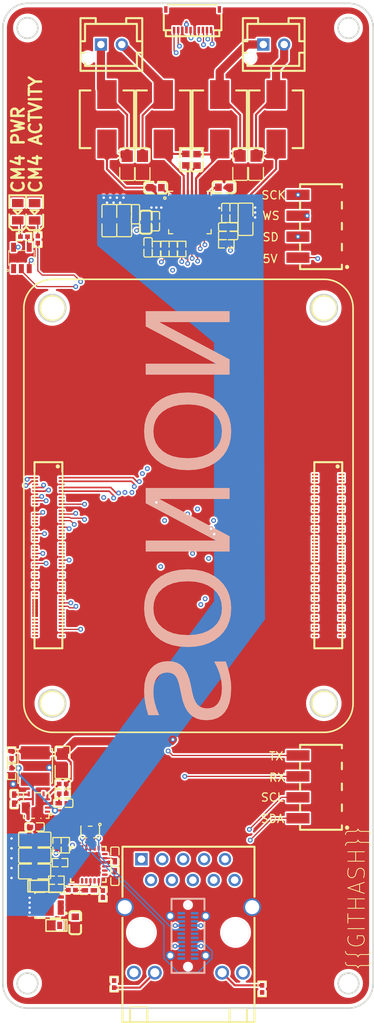
<source format=kicad_pcb>
(kicad_pcb (version 20240108) (generator "pcbnew") (generator_version "8.0")
  (layers (0 "F.Cu" signal) (1 "In1.Cu" signal) (2 "In2.Cu" signal) (31 "B.Cu" signal) (34 "B.Paste" user) (35 "F.Paste" user) (36 "B.SilkS" user "B.Silkscreen") (37 "F.SilkS" user "F.Silkscreen") (38 "B.Mask" user) (39 "F.Mask" user) (44 "Edge.Cuts" user))
  (net 0 "")
  (net 1 "pins[21]")
  (net 2 "pins[22]")
  (net 3 "HDMI0_D0_P")
  (net 4 "I2S_WS")
  (net 5 "processor-signal-5")
  (net 6 "processor.hdi_a-pins[93]")
  (net 7 "processor.hdi_a-pins[56]")
  (net 8 "pins[0]")
  (net 9 "ETH_P0_N")
  (net 10 "pins[1]")
  (net 11 "processor.hdi_a-pins[62]")
  (net 12 "ETH_P3_N")
  (net 13 "processor.hdi_a-pins[88]")
  (net 14 "HDMI1_CK_N")
  (net 15 "processor.hdi_a-pins[74]")
  (net 16 "processor.hdi_a-pins[94]")
  (net 17 "processor.hdi_b-pins[15]")
  (net 18 "pins[29]")
  (net 19 "processor-signal-6")
  (net 20 "pins[96]")
  (net 21 "I2S_SCK")
  (net 22 "processor.hdi_b-pins[35]")
  (net 23 "VCC_1V8")
  (net 24 "processor-pins[99]")
  (net 25 "ETH_P2_N")
  (net 26 "pins[67]")
  (net 27 "pins[32]")
  (net 28 "processor.hdi_b-pins[93]")
  (net 29 "regulator-net-4")
  (net 30 "HDMI1_D1_P")
  (net 31 "VBUS")
  (net 32 "HDMI0_D2_N")
  (net 33 "pins[63]")
  (net 34 "HDMI1_D0_N")
  (net 35 "HDMI0_CK_N")
  (net 36 "ETH_P2_P")
  (net 37 "processor.hdi_a-pins[68]")
  (net 38 "processor.hdi_a-pins[35]")
  (net 39 "pins[58]")
  (net 40 "VCC_5V")
  (net 41 "HDMI1_CK_P")
  (net 42 "pins[75]")
  (net 43 "pins[60]")
  (net 44 "SCL")
  (net 45 "VCC_3V3")
  (net 46 "pins[70]")
  (net 47 "regulator-net-1")
  (net 48 "rj45.connector-net")
  (net 49 "CC2")
  (net 50 "regulator-net-3")
  (net 51 "p10")
  (net 52 "pins[90]")
  (net 53 "pins[20]")
  (net 54 "pins[11]")
  (net 55 "pins[18]")
  (net 56 "USB2_D_P")
  (net 57 "ETH_P3_P")
  (net 58 "HDMI0_HOTPLUG")
  (net 59 "processor-pins[98]")
  (net 60 "ETH_LED_LINK")
  (net 61 "processor-signal-4")
  (net 62 "pins[5]")
  (net 63 "net")
  (net 64 "HDMI0_CEC")
  (net 65 "ETH_P1_P")
  (net 66 "processor.hdi_b-pins[34]")
  (net 67 "pins[86]")
  (net 68 "pins[41]")
  (net 69 "pins[64]")
  (net 70 "pins[66]")
  (net 71 "processor.hdi_b-pins[74]")
  (net 72 "rj45-net-1")
  (net 73 "processor.hdi_a-pins[17]")
  (net 74 "pins[9]")
  (net 75 "signal-1")
  (net 76 "HDMI0_D1_P")
  (net 77 "HDMI0_CK_P")
  (net 78 "pins[72]")
  (net 79 "CC1")
  (net 80 "pins[16]")
  (net 81 "HDMI0_D2_P")
  (net 82 "pins[3]")
  (net 83 "processor.hdi_b-pins[17]")
  (net 84 "VSINK_VCC")
  (net 85 "processor.hdi_b-pins[68]")
  (net 86 "pins[69]")
  (net 87 "HDMI0_D0_N")
  (net 88 "processor.hdi_b-pins[88]")
  (net 89 "USB2_D_N")
  (net 90 "HDMI1_D2_N")
  (net 91 "pins[91]")
  (net 92 "pd_controller-net-1")
  (net 93 "processor-signal-2")
  (net 94 "HDMI0_D1_N")
  (net 95 "pd_controller-net")
  (net 96 "ETH_LED_ACTIVITY")
  (net 97 "processor.hdi_a-pins[99]")
  (net 98 "PWR_LED")
  (net 99 "pins[61]")
  (net 100 "SDA")
  (net 101 "pins[80]")
  (net 102 "pins[71]")
  (net 103 "processor-signal-1")
  (net 104 "processor.hdi_a-pins[98]")
  (net 105 "pd_controller.pd_controller-signal")
  (net 106 "pins[8]")
  (net 107 "pins[76]")
  (net 108 "processor.hdi_b-pins[94]")
  (net 109 "processor.hdi_a-pins[92]")
  (net 110 "board_to_board_connector.board_to_board_connector-net")
  (net 111 "HDMI1_D2_P")
  (net 112 "pins[95]")
  (net 113 "HDMI1_D1_N")
  (net 114 "processor.hdi_a-pins[34]")
  (net 115 "I2S_SD")
  (net 116 "ETH_P1_N")
  (net 117 "GND")
  (net 118 "pins[10]")
  (net 119 "processor.hdi_b-pins[56]")
  (net 120 "HDMI1_D0_P")
  (net 121 "processor.hdi_a-pins[15]")
  (net 122 "processor.hdi_b-pins[92]")
  (net 123 "HDMI1_CEC")
  (net 124 "processor.hdi_b-pins[62]")
  (net 125 "processor-signal-3")
  (net 126 "HDMI1_HOTPLUG")
  (net 127 "rj45-net")
  (net 128 "UART_TX")
  (net 129 "pins[14]")
  (net 130 "ETH_P0_P")
  (net 131 "processor-signal")
  (net 132 "gnd")
  (net 133 "pins[82]")
  (net 134 "n_c_")
  (net 135 "pd_controller-net-3")
  (net 136 "pd_controller-net-2")
  (net 137 "pd_controller-net-4")
  (net 138 "gpio")
  (net 139 "VREG_2V7")
  (net 140 "a_b_side")
  (net 141 "alert")
  (net 142 "attach")
  (net 143 "power_ok2")
  (net 144 "power_ok3")
  (net 145 "pd_controller.pd_controller.footprint.pins[18].net-net")
  (net 146 "VREG_1V2")
  (net 147 "signal-2")
  (net 148 "amplifier-net-5")
  (net 149 "regulator-net")
  (net 150 "net-2")
  (net 151 "pins[33]")
  (net 152 "amplifier-net-4")
  (net 153 "amplifier-net-3")
  (net 154 "amplifier-net-11")
  (net 155 "en")
  (net 156 "signal-3")
  (net 157 "signal-5")
  (net 158 "net-3")
  (net 159 "board_to_board_connector.board_to_board_connector-net-1")
  (net 160 "pd_controller.pd_controller-signal-1")
  (net 161 "amplifier-net-10")
  (net 162 "amplifier-net-8")
  (net 163 "signal-4")
  (net 164 "amplifier-net-2")
  (net 165 "signal")
  (net 166 "amplifier-net-6")
  (net 167 "net-1")
  (net 168 "signal-6")
  (net 169 "amplifier-net-1")
  (net 170 "amplifier-net-9")
  (net 171 "regulator-net-2")
  (net 172 "amplifier-net-7")
  (net 173 "signal-7")
  (net 174 "amplifier-net")
  (net 175 "processor-net-2")
  (net 176 "regulator.regulator.footprint.pins[5].net-net")
  (net 177 "processor-net-1")
  (net 178 "UART_RX")
  (net 179 "processor-net")
  (net 180 "pins[37]")
  (net 181 "usb_connector-net")
  (net 182 "usb_connector-net-1")
  (net 183 "sstxn2")
  (net 184 "ssrxp1")
  (net 185 "sstxp2")
  (net 186 "sstxp1")
  (net 187 "ssrxn2")
  (net 188 "ssrxp2")
  (net 189 "sstxn1")
  (net 190 "ssrxn1")
  (net 191 "processor-net-3")
  (net 192 "processor-pins[49]")
  (net 193 "pins[26]")
  (net 194 "processor.hdi_b-pins[49]")
  (net 195 "processor.hdi_b-pins[40]")
  (net 196 "processor-pins[44]")
  (net 197 "usb_connector-signal")
  (net 198 "pins[27]")
  (net 199 "processor-pins[40]")
  (net 200 "processor-pins[44]-1")
  (net 201 "pins[28]")
  (net 202 "sbu2")
  (net 203 "processor.hdi_b-pins[39]")
  (net 204 "pins[38]")
  (net 205 "processor-pins[46]-1")
  (net 206 "pins[23]")
  (net 207 "pins[50]")
  (net 208 "pins[45]")
  (net 209 "processor-pins[39]")
  (net 210 "processor-pins[46]")
  (footprint "lcsc:C0402" (layer "F.Cu") (at 158.832505 61.251144 -90)
    (property "Reference" "C20" (hide yes))
    (property "Value" "100nF ±10% 16V X7R" (hide yes))
  )
  (footprint "lcsc:C0805" (layer "F.Cu") (at 147.720653 55.359995 -90)
    (property "Reference" "C9" (hide yes))
    (property "Value" "680nF ±10% 50V X7R" (hide yes))
  )
  (footprint "lcsc:R0402" (layer "F.Cu") (at 134.995 64.485 -90)
    (property "Reference" "R19" (hide yes))
    (property "Value" "5.1kΩ ±1% 62.5mW" (hide yes))
  )
  (footprint "lcsc:R0402" (layer "F.Cu") (at 157.896873 65.012142)
    (property "Reference" "R13" (hide yes))
    (property "Value" "10kΩ ±1% 62.5mW" (hide yes))
  )
  (footprint "lcsc:IND-SMD_L4.0-W4.0" (layer "F.Cu") (at 134.678076 128.405413 -90)
    (property "Reference" "L5" (hide yes))
    (property "Value" "3.3µH ±20% 4A 73mΩ" (hide yes))
  )
  (footprint "lcsc:R0402" (layer "F.Cu") (at 137.328192 138.02903 90)
    (property "Reference" "R3" (hide yes))
    (property "Value" "4.7kΩ ±1% 62.5mW" (hide yes))
  )
  (footprint "lcsc:C0402" (layer "F.Cu") (at 158.120204 62.957808)
    (property "Reference" "C5" (hide yes))
    (property "Value" "1µF ±10% 25V X5R" (hide yes))
  )
  (footprint "lcsc:C0603" (layer "F.Cu") (at 152.978389 54.783854 90)
    (property "Reference" "C7" (hide yes))
    (property "Value" "470nF ±10% 50V X7R" (hide yes))
  )
  (footprint "lcsc:SOT-323-3_L2.1-W1.3-P1.32-LS2.1-BR" (layer "F.Cu") (at 141.358866 136.410415 90)
    (property "Reference" "D1" (hide yes))
    (property "Value" "ESDA25W" (hide yes))
  )
  (footprint "lcsc:R0402" (layer "F.Cu") (at 144.265 154.885 -90)
    (property "Reference" "R8" (hide yes))
    (property "Value" "470Ω ±1% 62.5mW" (hide yes))
  )
  (footprint "lcsc:C0402" (layer "F.Cu") (at 132.117733 132.422675 -90)
    (property "Reference" "C29" (hide yes))
    (property "Value" "100nF ±10% 16V X7R" (hide yes))
  )
  (footprint "lcsc:CONN-SMD_DF40C-100DS-0.4V-51" (layer "F.Cu") (at 170.282672 102.813436 90)
    (property "Reference" "CN2" (hide yes))
    (property "Value" "HRSHirose_DF40C_100DS_0_4V51" (hide yes))
  )
  (footprint "lcsc:C0805" (layer "F.Cu") (at 143.68881 62.188812 -90)
    (property "Reference" "C18" (hide yes))
    (property "Value" "22µF ±20% 25V X5R" (hide yes))
  )
  (footprint "lcsc:C0805" (layer "F.Cu") (at 161.504226 55.338531 -90)
    (property "Reference" "C14" (hide yes))
    (property "Value" "680nF ±10% 50V X7R" (hide yes))
  )
  (footprint "lcsc:C0402" (layer "F.Cu") (at 138.085423 132.922254)
    (property "Reference" "C30" (hide yes))
    (property "Value" "100pF ±5% 50V C0G" (hide yes))
  )
  (footprint "lcsc:CONN-SMD_DF40C-100DS-0.4V-51" (layer "F.Cu") (at 136.282672 102.813436 90)
    (property "Reference" "CN1" (hide yes))
    (property "Value" "HRSHirose_DF40C_100DS_0_4V51" (hide yes))
  )
  (footprint "lcsc:C0603" (layer "F.Cu") (at 149.306333 58.183724 180)
    (property "Reference" "C8" (hide yes))
    (property "Value" "470nF ±10% 50V X7R" (hide yes))
  )
  (footprint "lcsc:R0402" (layer "F.Cu") (at 142.905374 143.956422 90)
    (property "Reference" "R4" (hide yes))
    (property "Value" "1kΩ ±1% 62.5mW" (hide yes))
  )
  (footprint "lcsc:IND-SMD_L7.3-W6.8" (layer "F.Cu") (at 163.950373 49.881113 90)
    (property "Reference" "L4" (hide yes))
    (property "Value" "10µH ±20% 4.5A 68mΩ" (hide yes))
  )
  (footprint "lcsc:VQFN-32_L5.0-W5.0-P0.50-TL-EP" (layer "F.Cu") (at 153.472782 61.2)
    (property "Reference" "U3" (hide yes))
    (property "Value" "_Texas_Instruments_TAS5825MRHBR" (hide yes))
  )
  (footprint "lcsc:R0402" (layer "F.Cu") (at 151.440259 65.630327 -90)
    (property "Reference" "R12" (hide yes))
    (property "Value" "10kΩ ±1% 62.5mW" (hide yes))
  )
  (footprint "lcsc:QFN-24_L4.0-W4.0-P0.50-BL-EP2.8" (layer "F.Cu") (at 141.137885 140.347752 180)
    (property "Reference" "U1" (hide yes))
    (property "Value" "STUSB4500QTR" (hide yes))
  )
  (footprint "lcsc:IND-SMD_L7.3-W6.8" (layer "F.Cu") (at 157.097692 49.881113 90)
    (property "Reference" "L3" (hide yes))
    (property "Value" "10µH ±20% 4.5A 68mΩ" (hide yes))
  )
  (footprint "lcsc:VQFN-HR-10_L3.0-W3.0_RPA" (layer "F.Cu") (at 134.8 133.2 180)
    (property "Reference" "U7" (hide yes))
    (property "Value" "_Texas_Instruments_TPS56637RPAR" (hide yes))
  )
  (footprint "lcsc:C0603" (layer "F.Cu") (at 154.33448 54.808434 90)
    (property "Reference" "C11" (hide yes))
    (property "Value" "470nF ±10% 50V X7R" (hide yes))
  )
  (footprint "lcsc:R0402" (layer "F.Cu") (at 138.01425 131.7657 180)
    (property "Reference" "R15" (hide yes))
    (property "Value" "22kΩ ±1% 62.5mW" (hide yes))
  )
  (footprint "lcsc:DFN1610-2_L1.6-W1.0-P1.05-RD" (layer "F.Cu") (at 135.197069 142.984037)
    (property "Reference" "D3" (hide yes))
    (property "Value" "" (hide yes))
  )
  (footprint "lcsc:IND-SMD_L7.3-W6.8" (layer "F.Cu") (at 143.39233 49.881113 90)
    (property "Reference" "L2" (hide yes))
    (property "Value" "10µH ±20% 4.5A 68mΩ" (hide yes))
  )
  (footprint "lcsc:C0805" (layer "F.Cu") (at 134.627068 137.326911)
    (property "Reference" "C24" (hide yes))
    (property "Value" "4.7µF ±10% 25V X5R" (hide yes))
  )
  (footprint "lcsc:HDR-SMD_8P-P2.54-V-M-R2-C4-LS7.4" (layer "F.Cu") (at 169.4 62.865 90)
    (property "Reference" "HDR2" (hide yes))
    (property "Value" "HCTL_PZ254_2_04_S" (hide yes))
  )
  (footprint "lcsc:FPC-SMD_10P-P0.50_HDGC_0.5K-HX-10PWB" (layer "F.Cu") (at 153.8 37.8 180)
    (property "Reference" "FPC1" (hide yes))
    (property "Value" "TE_Connectivity_1_2328702_0" (hide yes))
  )
  (footprint "lcsc:C0402" (layer "F.Cu") (at 157.832505 61.251144 -90)
    (property "Reference" "C21" (hide yes))
    (property "Value" "100nF ±10% 16V X7R" (hide yes))
  )
  (footprint "lcsc:R0402" (layer "F.Cu") (at 152.485848 65.629078 -90)
    (property "Reference" "R14" (hide yes))
    (property "Value" "10kΩ ±1% 62.5mW" (hide yes))
  )
  (footprint "lcsc:C0805" (layer "F.Cu") (at 145.488074 62.178224 -90)
    (property "Reference" "C17" (hide yes))
    (property "Value" "22µF ±20% 25V X5R" (hide yes))
  )
  (footprint "lcsc:C0402" (layer "F.Cu") (at 149.283292 62.258861 90)
    (property "Reference" "C16" (hide yes))
    (property "Value" "100nF ±10% 16V X7R" (hide yes))
  )
  (footprint "lcsc:R0402" (layer "F.Cu") (at 138.015159 130.580204 180)
    (property "Reference" "R18" (hide yes))
    (property "Value" "100kΩ ±1% 62.5mW" (hide yes))
  )
  (footprint "lcsc:LED0805-R-RD" (layer "F.Cu") (at 134.602452 61.117298 90)
    (property "Reference" "D4" (hide yes))
    (property "Value" "" (hide yes))
  )
  (footprint "lcsc:R0402" (layer "F.Cu") (at 139.134624 143.458351)
    (property "Reference" "R7" (hide yes))
    (property "Value" "100Ω ±1% 62.5mW" (hide yes))
  )
  (footprint "lcsc:R0402" (layer "F.Cu") (at 137.25035 142.268675)
    (property "Reference" "R6" (hide yes))
    (property "Value" "22kΩ ±1% 62.5mW" (hide yes))
  )
  (footprint "lcsc:LED0805-R-RD" (layer "F.Cu") (at 132.553081 61.106001 90)
    (property "Reference" "D5" (hide yes))
    (property "Value" "" (hide yes))
  )
  (footprint "lcsc:C0805" (layer "F.Cu") (at 137.996412 127.954719 -90)
    (property "Reference" "C28" (hide yes))
    (property "Value" "47µF ±20% 6.3V X5R" (hide yes))
  )
  (footprint "lcsc:RJ45-TH_HR911130A" (layer "F.Cu") (at 153.3 146.604425 180)
    (property "Reference" "RJ1" (hide yes))
    (property "Value" "_HANRUNZhongshan_HanRun_Elec_HR911130A" (hide yes))
  )
  (footprint "lcsc:C0402" (layer "F.Cu") (at 134.6 135.8)
    (property "Reference" "C27" (hide yes))
    (property "Value" "100nF ±10% 16V X7R" (hide yes))
  )
  (footprint "lcsc:PDFN3333-8_L3.1-W3.2-P0.65-LS3.4-BL" (layer "F.Cu") (at 136.252169 145.287305 90)
    (property "Reference" "Q1" (hide yes))
    (property "Value" "MOSFET" (hide yes))
  )
  (footprint "lcsc:C0402" (layer "F.Cu") (at 141.251493 143.496168)
    (property "Reference" "C4" (hide yes))
    (property "Value" "100nF ±10% 16V X7R" (hide yes))
  )
  (footprint "lcsc:R0402" (layer "F.Cu") (at 137.253612 143.259613 180)
    (property "Reference" "R5" (hide yes))
    (property "Value" "100kΩ ±1% 62.5mW" (hide yes))
  )
  (footprint "lcsc:R0402" (layer "F.Cu") (at 131.807322 127.034747 -90)
    (property "Reference" "R17" (hide yes))
    (property "Value" "68kΩ ±1% 62.5mW" (hide yes))
  )
  (footprint "lcsc:C0603" (layer "F.Cu") (at 148.120103 62.366615 90)
    (property "Reference" "C15" (hide yes))
    (property "Value" "4.7µF ±10% 16V X5R" (hide yes))
  )
  (footprint "lcsc:R0402" (layer "F.Cu") (at 138.335493 138.021824 90)
    (property "Reference" "R2" (hide yes))
    (property "Value" "4.7kΩ ±1% 62.5mW" (hide yes))
  )
  (footprint "lcsc:C0402" (layer "F.Cu") (at 144.358385 139.413977 -90)
    (property "Reference" "C3" (hide yes))
    (property "Value" "1µF ±10% 25V X5R" (hide yes))
  )
  (footprint "lcsc:R0402" (layer "F.Cu") (at 162.245 155.465 90)
    (property "Reference" "R9" (hide yes))
    (property "Value" "470Ω ±1% 62.5mW" (hide yes))
  )
  (footprint "lcsc:R0402" (layer "F.Cu") (at 137.698112 140.135605)
    (property "Reference" "R1" (hide yes))
    (property "Value" "1kΩ ±1% 62.5mW" (hide yes))
  )
  (footprint "lcsc:R0402" (layer "F.Cu") (at 150.453078 65.624625 -90)
    (property "Reference" "R11" (hide yes))
    (property "Value" "10kΩ ±1% 62.5mW" (hide yes))
  )
  (footprint "lcsc:C0603" (layer "F.Cu") (at 139.54455 147.414177 90)
    (property "Reference" "C1" (hide yes))
    (property "Value" "4.7µF ±10% 35V X5R" (hide yes))
  )
  (footprint "lcsc:DFN1610-2_L1.6-W1.0-P1.05-RD" (layer "F.Cu") (at 137.135186 147.758601 180)
    (property "Reference" "D2" (hide yes))
    (property "Value" "" (hide yes))
  )
  (footprint "lcsc:C0805" (layer "F.Cu") (at 160.230967 62.022829 -90)
    (property "Reference" "C19" (hide yes))
    (property "Value" "22µF ±20% 25V X5R" (hide yes))
  )
  (footprint "lcsc:R0402" (layer "F.Cu") (at 133.315791 64.137563)
    (property "Reference" "R20" (hide yes))
    (property "Value" "5.1kΩ ±1% 62.5mW" (hide yes))
  )
  (footprint "lcsc:CONN-TH_B02B-XASK-1-A-LF-SN" (layer "F.Cu") (at 163.659053 40.802312 180)
    (property "Reference" "U6" (hide yes))
    (property "Value" "JST_Sales_America_B02B_XASK_1_ALFSN" (hide yes))
  )
  (footprint "lcsc:C0603" (layer "F.Cu") (at 157.63626 58.133971)
    (property "Reference" "C12" (hide yes))
    (property "Value" "470nF ±10% 50V X7R" (hide yes))
  )
  (footprint "lcsc:R0402" (layer "F.Cu") (at 149.40075 65.638197 -90)
    (property "Reference" "R10" (hide yes))
    (property "Value" "10Ω ±1% 62.5mW" (hide yes))
  )
  (footprint "lcsc:C0402" (layer "F.Cu") (at 148.385118 65.432486 -90)
    (property "Reference" "C23" (hide yes))
    (property "Value" "1µF ±10% 25V X5R" (hide yes))
  )
  (footprint "lcsc:CONN-TH_B02B-XASK-1-A-LF-SN" (layer "F.Cu") (at 143.932187 40.803932 180)
    (property "Reference" "U5" (hide yes))
    (property "Value" "JST_Sales_America_B02B_XASK_1_ALFSN" (hide yes))
  )
  (footprint "lcsc:C0805" (layer "F.Cu") (at 159.584958 55.334656 -90)
    (property "Reference" "C13" (hide yes))
    (property "Value" "680nF ±10% 50V X7R" (hide yes))
  )
  (footprint "lcsc:R0402" (layer "F.Cu") (at 131.806481 129.098426 90)
    (property "Reference" "R16" (hide yes))
    (property "Value" "8.2kΩ ±1% 62.5mW" (hide yes))
  )
  (footprint "lcsc:C0805" (layer "F.Cu") (at 134.628545 139.270384)
    (property "Reference" "C25" (hide yes))
    (property "Value" "4.7µF ±10% 25V X5R" (hide yes))
  )
  (footprint "lcsc:C0402" (layer "F.Cu") (at 146.8618 61.409444 -90)
    (property "Reference" "C22" (hide yes))
    (property "Value" "100nF ±10% 16V X7R" (hide yes))
  )
  (footprint "lcsc:C0402" (layer "F.Cu") (at 158.126173 63.997122)
    (property "Reference" "C6" (hide yes))
    (property "Value" "1µF ±10% 25V X5R" (hide yes))
  )
  (footprint "lcsc:IND-SMD_L7.3-W6.8" (layer "F.Cu") (at 150.245011 49.881113 90)
    (property "Reference" "L1" (hide yes))
    (property "Value" "10µH ±20% 4.5A 68mΩ" (hide yes))
  )
  (footprint "lcsc:C0805" (layer "F.Cu") (at 145.851062 55.359545 -90)
    (property "Reference" "C10" (hide yes))
    (property "Value" "680nF ±10% 50V X7R" (hide yes))
  )
  (footprint "lcsc:C0402" (layer "F.Cu") (at 144.362449 141.732895 90)
    (property "Reference" "C2" (hide yes))
    (property "Value" "1µF ±10% 25V X5R" (hide yes))
  )
  (footprint "lcsc:C0805" (layer "F.Cu") (at 134.602842 141.211549)
    (property "Reference" "C26" (hide yes))
    (property "Value" "4.7µF ±10% 25V X5R" (hide yes))
  )
  (footprint "lcsc:HDR-SMD_8P-P2.54-V-M-R2-C4-LS7.4" (layer "F.Cu") (at 169.4 130.935 90)
    (property "Reference" "HDR1" (hide yes))
    (property "Value" "HCTL_PZ254_2_04_S" (hide yes))
  )
  (footprint "lcsc:SOT-23-5_L3.0-W1.7-P0.95-LS2.8-BR" (layer "F.Cu") (at 133 66.72 -90)
    (property "Reference" "U2" (hide yes))
    (property "Value" "_Texas_Instruments_SN74LVC1G07DBVR" (hide yes))
  )
  (footprint "lcsc:USB-C-SMD_HC-TYPE-C-24P-VS9.3-5A-F1.1-04" (layer "B.Cu") (at 153.240916 149.025 -90)
    (property "Reference" "U4" (hide yes))
    (property "Value" "_HCTL_HC_TYPE_C_24P_VS9_3_5A_F1_1_04" (hide yes))
  )
  (gr_circle (center 169.797203 120.813425) (end 169.797203 122.313425) (stroke (width 0.2)) (fill none) (layer "F.SilkS"))
  (gr_line (start 133.297203 72.813424) (end 133.297203 120.813425) (stroke (width 0.2)) (layer "F.SilkS"))
  (gr_line (start 169.797204 69.313425) (end 136.797202 69.313425) (stroke (width 0.2)) (layer "F.SilkS"))
  (gr_line (start 134.592203 114.113425) (end 134.592203 91.513425) (stroke (width 0.2)) (layer "F.SilkS"))
  (gr_line (start 168.592203 114.113425) (end 168.592203 91.513425) (stroke (width 0.2)) (layer "F.SilkS"))
  (gr_circle (center 136.797203 72.813425) (end 136.797203 74.313425) (stroke (width 0.2)) (fill none) (layer "F.SilkS"))
  (gr_line (start 138.002203 114.113425) (end 134.592203 114.113425) (stroke (width 0.2)) (layer "F.SilkS"))
  (gr_line (start 134.592203 91.513425) (end 138.002203 91.513425) (stroke (width 0.2)) (layer "F.SilkS"))
  (gr_arc (start 173.297203 120.813425) (mid 172.272068 123.288284) (end 169.797203 124.313425) (stroke (width 0.2)) (layer "F.SilkS"))
  (gr_arc (start 169.797204 69.313425) (mid 172.272066 70.338554) (end 173.297203 72.813425) (stroke (width 0.2)) (layer "F.SilkS"))
  (gr_arc (start 133.297203 72.813424) (mid 134.322321 70.338536) (end 136.797202 69.313425) (stroke (width 0.2)) (layer "F.SilkS"))
  (gr_circle (center 136.797203 120.813425) (end 136.797203 122.313425) (stroke (width 0.2)) (fill none) (layer "F.SilkS"))
  (gr_line (start 136.797203 124.313425) (end 169.797203 124.313425) (stroke (width 0.2)) (layer "F.SilkS"))
  (gr_line (start 172.002203 114.113425) (end 168.592203 114.113425) (stroke (width 0.2)) (layer "F.SilkS"))
  (gr_circle (center 169.797203 72.813425) (end 169.797203 74.313425) (stroke (width 0.2)) (fill none) (layer "F.SilkS"))
  (gr_line (start 168.592203 91.513425) (end 172.002203 91.513425) (stroke (width 0.2)) (layer "F.SilkS"))
  (gr_arc (start 136.797203 124.313425) (mid 134.322318 123.288301) (end 133.297203 120.813425) (stroke (width 0.2)) (layer "F.SilkS"))
  (gr_line (start 138.002203 91.513425) (end 138.002203 114.113425) (stroke (width 0.2)) (layer "F.SilkS"))
  (gr_line (start 172.002203 91.513425) (end 172.002203 114.113425) (stroke (width 0.2)) (layer "F.SilkS"))
  (gr_line (start 173.297203 120.813425) (end 173.297203 72.813425) (stroke (width 0.2)) (layer "F.SilkS"))
  (gr_circle (center 133.740932 154.8) (end 133.740932 153.55) (stroke (width 0.2)) (fill none) (layer "Edge.Cuts"))
  (gr_circle (center 133.740932 38.8) (end 133.740932 37.55) (stroke (width 0.2)) (fill none) (layer "Edge.Cuts"))
  (gr_circle (center 172.740932 38.8) (end 172.740932 37.55) (stroke (width 0.2)) (fill none) (layer "Edge.Cuts"))
  (gr_line (start 133.740933 157.8) (end 172.740931 157.8) (stroke (width 0.2)) (layer "Edge.Cuts"))
  (gr_line (start 175.740932 154.799999) (end 175.740932 38.8) (stroke (width 0.2)) (layer "Edge.Cuts"))
  (gr_circle (center 169.740931 72.8) (end 169.740931 71.15) (stroke (width 0.2)) (fill none) (layer "Edge.Cuts"))
  (gr_line (start 172.740932 35.8) (end 133.740932 35.8) (stroke (width 0.2)) (layer "Edge.Cuts"))
  (gr_circle (center 136.740931 120.8) (end 136.740931 119.15) (stroke (width 0.2)) (fill none) (layer "Edge.Cuts"))
  (gr_circle (center 133.740932 38.8) (end 133.740932 37.55) (stroke (width 0.2)) (fill none) (layer "Edge.Cuts"))
  (gr_line (start 130.740932 38.8) (end 130.740932 154.799999) (stroke (width 0.2)) (layer "Edge.Cuts"))
  (gr_line (start 175.740932 154.799999) (end 175.740932 38.8) (stroke (width 0.2)) (layer "Edge.Cuts"))
  (gr_circle (center 172.740932 154.8) (end 172.740932 153.55) (stroke (width 0.2)) (fill none) (layer "Edge.Cuts"))
  (gr_circle (center 172.740932 154.8) (end 172.740932 153.55) (stroke (width 0.2)) (fill none) (layer "Edge.Cuts"))
  (gr_circle (center 133.740932 154.8) (end 133.740932 153.55) (stroke (width 0.2)) (fill none) (layer "Edge.Cuts"))
  (gr_arc (start 130.740932 38.8) (mid 131.619614 36.678691) (end 133.740932 35.8) (stroke (width 0.2)) (layer "Edge.Cuts"))
  (gr_arc (start 172.740932 35.8) (mid 174.862232 36.678691) (end 175.740932 38.8) (stroke (width 0.2)) (layer "Edge.Cuts"))
  (gr_arc (start 175.740932 154.799999) (mid 174.862255 156.921331) (end 172.740932 157.8) (stroke (width 0.2)) (layer "Edge.Cuts"))
  (gr_circle (center 136.737332 72.8) (end 136.737332 71.15) (stroke (width 0.2)) (fill none) (layer "Edge.Cuts"))
  (gr_circle (center 169.740931 120.8) (end 169.740931 119.15) (stroke (width 0.2)) (fill none) (layer "Edge.Cuts"))
  (gr_arc (start 133.740933 157.8) (mid 131.619591 156.921332) (end 130.740932 154.799999) (stroke (width 0.2)) (layer "Edge.Cuts"))
  (gr_circle (center 172.740932 38.8) (end 172.740932 37.55) (stroke (width 0.2)) (fill none) (layer "Edge.Cuts"))
  (gr_arc (start 133.740933 157.8) (mid 131.619591 156.921332) (end 130.740932 154.799999) (stroke (width 0.2)) (layer "Edge.Cuts"))
  (gr_arc (start 172.740932 35.8) (mid 174.862232 36.678691) (end 175.740932 38.8) (stroke (width 0.2)) (layer "Edge.Cuts"))
  (gr_line (start 130.740932 38.8) (end 130.740932 154.799999) (stroke (width 0.2)) (layer "Edge.Cuts"))
  (gr_arc (start 130.740932 38.8) (mid 131.619614 36.678691) (end 133.740932 35.8) (stroke (width 0.2)) (layer "Edge.Cuts"))
  (gr_line (start 172.740932 35.8) (end 133.740932 35.8) (stroke (width 0.2)) (layer "Edge.Cuts"))
  (gr_line (start 172.740931 157.8) (end 172.740932 157.8) (stroke (width 0.2)) (layer "Edge.Cuts"))
  (gr_line (start 133.740933 157.8) (end 172.740932 157.8) (stroke (width 0.2)) (layer "Edge.Cuts"))
  (gr_arc (start 175.740932 154.799999) (mid 174.862254 156.921332) (end 172.740931 157.8) (stroke (width 0.2)) (layer "Edge.Cuts"))
  (gr_text "NONOS" (at 160 71.8 90) (layer "B.SilkS") (effects (font (size 10 10) (thickness 0.3)) (justify left bottom mirror)))
  (gr_text "CM4 ACTVITY" (at 135.6 59 90) (layer "F.SilkS") (effects (font (size 1.5 1.5) (thickness 0.3)) (justify left bottom)))
  (gr_text "SDA" (at 162 135.4 0) (layer "F.SilkS") (effects (font (size 1 1)) (justify left bottom)))
  (gr_text "RX" (at 163 130.4 0) (layer "F.SilkS") (effects (font (size 1 1)) (justify left bottom)))
  (gr_text "WS" (at 162.177005 62.177036 0) (layer "F.SilkS") (effects (font (size 1 1)) (justify left bottom)))
  (gr_text "SCL" (at 162 132.8 0) (layer "F.SilkS") (effects (font (size 1 1)) (justify left bottom)))
  (gr_text "CM4 PWR" (at 133.474256 59.017213 90) (layer "F.SilkS") (effects (font (size 1.5 1.5) (thickness 0.3)) (justify left bottom)))
  (gr_text "TX" (at 163 127.8 0) (layer "F.SilkS") (effects (font (size 1 1)) (justify left bottom)))
  (gr_text "SD" (at 162.213111 64.776696 0) (layer "F.SilkS") (effects (font (size 1 1)) (justify left bottom)))
  (gr_text "SCK" (at 162.068686 59.685696 0) (layer "F.SilkS") (effects (font (size 1 1)) (justify left bottom)))
  (gr_text "{{GITHASH}}" (at 174.911573 153.359573 90) (layer "F.SilkS") (effects (font (size 2 2) (thickness 0.1)) (justify left bottom)))
  (gr_text "5V" (at 162.213111 67.412461 0) (layer "F.SilkS") (effects (font (size 1 1)) (justify left bottom)))
  (segment (start 153.222782 67.377218) (end 153.2 67.4) (width 0.15) (layer "F.Cu") (net 4))
  (segment (start 139.6 97.725) (end 139.511564 97.813436) (width 0.15) (layer "F.Cu") (net 4))
  (segment (start 153.222782 63.61) (end 153.222782 67.377218) (width 0.15) (layer "F.Cu") (net 4))
  (segment (start 139.511564 97.813436) (end 137.882672 97.813436) (width 0.15) (layer "F.Cu") (net 4))
  (via (at 153.2 67.4) (size 0.6) (drill 0.3) (layers "F.Cu" "B.Cu") (net 4))
  (via (at 167.725 61.595) (size 0.6) (drill 0.3) (layers "F.Cu" "B.Cu") (net 4))
  (via (at 153.2 97.8) (size 0.6) (drill 0.3) (layers "F.Cu" "B.Cu") (net 4))
  (via (at 139.6 97.725) (size 0.6) (drill 0.3) (layers "F.Cu" "B.Cu") (net 4))
  (segment (start 137.907673 94.588435) (end 137.882672 94.613436) (width 0.2) (layer "F.Cu") (net 9))
  (segment (start 144.524137 95.259064) (end 143.853508 94.588435) (width 0.2) (layer "F.Cu") (net 9))
  (segment (start 144.80698 95.259064) (end 144.524137 95.259064) (width 0.2) (layer "F.Cu") (net 9))
  (segment (start 143.853508 94.588435) (end 137.907673 94.588435) (width 0.2) (layer "F.Cu") (net 9))
  (via (at 144.80698 95.259064) (size 0.6) (drill 0.3) (layers "F.Cu" "B.Cu") (net 9))
  (segment (start 134.682672 93.813436) (end 134.264903 93.813436) (width 0.2) (layer "F.Cu") (net 12))
  (segment (start 134.264903 93.813436) (end 133.743907 94.334432) (width 0.2) (layer "F.Cu") (net 12))
  (segment (start 133.743907 94.334432) (end 133.548492 94.334432) (width 0.2) (layer "F.Cu") (net 12))
  (via (at 148.300521 92.299479) (size 0.6) (drill 0.3) (layers "F.Cu" "B.Cu") (net 12))
  (via (at 133.548492 94.334432) (size 0.6) (drill 0.3) (layers "F.Cu" "B.Cu") (net 12))
  (segment (start 153.722782 63.61) (end 153.722782 66.75096) (width 0.15) (layer "F.Cu") (net 21))
  (segment (start 134.696108 102.6) (end 134.682672 102.613436) (width 0.15) (layer "F.Cu") (net 21))
  (segment (start 135.6 102.6) (end 134.696108 102.6) (width 0.15) (layer "F.Cu") (net 21))
  (segment (start 153.722782 66.75096) (end 153.747782 66.77596) (width 0.15) (layer "F.Cu") (net 21))
  (via (at 153.747782 66.77596) (size 0.6) (drill 0.3) (layers "F.Cu" "B.Cu") (net 21))
  (via (at 153.8 102.6) (size 0.6) (drill 0.3) (layers "F.Cu" "B.Cu") (net 21))
  (via (at 166.61 59.055) (size 0.6) (drill 0.3) (layers "F.Cu" "B.Cu") (net 21))
  (via (at 135.6 102.6) (size 0.6) (drill 0.3) (layers "F.Cu" "B.Cu") (net 21))
  (segment (start 135.699479 94.299479) (end 135.699479 94.582322) (width 0.2) (layer "F.Cu") (net 25))
  (segment (start 135.693366 94.588435) (end 134.707673 94.588435) (width 0.2) (layer "F.Cu") (net 25))
  (segment (start 135.699479 94.582322) (end 135.693366 94.588435) (width 0.2) (layer "F.Cu") (net 25))
  (segment (start 134.707673 94.588435) (end 134.682672 94.613436) (width 0.2) (layer "F.Cu") (net 25))
  (via (at 146.425 95.183665) (size 0.6) (drill 0.3) (layers "F.Cu" "B.Cu") (net 25))
  (via (at 135.699479 94.299479) (size 0.6) (drill 0.3) (layers "F.Cu" "B.Cu") (net 25))
  (segment (start 136.16 132.005363) (end 137.585159 130.580204) (width 0.25) (layer "F.Cu") (net 29))
  (segment (start 136.16 132.45) (end 136.16 132.005363) (width 0.25) (layer "F.Cu") (net 29))
  (via (at 154.8 147.775) (size 0.6) (drill 0.3) (layers "F.Cu" "B.Cu") (net 31))
  (via (at 154.828012 150.266995) (size 0.6) (drill 0.3) (layers "F.Cu" "B.Cu") (net 31))
  (via (at 151.698072 147.775) (size 0.6) (drill 0.3) (layers "F.Cu" "B.Cu") (net 31))
  (via (at 151.675 150.275) (size 0.6) (drill 0.3) (layers "F.Cu" "B.Cu") (net 31))
  (segment (start 154.916995 150.266995) (end 154.828012 150.266995) (width 0.15) (layer "B.Cu") (net 31))
  (segment (start 154.050916 150.275) (end 154.925 150.275) (width 0.3) (layer "B.Cu") (net 31))
  (segment (start 154.975 147.775) (end 154.8 147.775) (width 0.15) (layer "B.Cu") (net 31))
  (segment (start 152.430916 150.275) (end 151.675 150.275) (width 0.3) (layer "B.Cu") (net 31))
  (segment (start 152.430916 147.775) (end 151.625 147.775) (width 0.3) (layer "B.Cu") (net 31))
  (segment (start 151.625 147.775) (end 151.698072 147.775) (width 0.15) (layer "B.Cu") (net 31))
  (segment (start 154.050916 147.775) (end 154.975 147.775) (width 0.3) (layer "B.Cu") (net 31))
  (segment (start 154.925 150.275) (end 154.916995 150.266995) (width 0.15) (layer "B.Cu") (net 31))
  (segment (start 135.879762 95.038437) (end 134.707673 95.038437) (width 0.2) (layer "F.Cu") (net 36))
  (segment (start 134.707673 95.038437) (end 134.682672 95.013436) (width 0.2) (layer "F.Cu") (net 36))
  (segment (start 136.017678 94.900521) (end 135.879762 95.038437) (width 0.2) (layer "F.Cu") (net 36))
  (segment (start 136.300521 94.900521) (end 136.017678 94.900521) (width 0.2) (layer "F.Cu") (net 36))
  (via (at 145.575 95.183665) (size 0.6) (drill 0.3) (layers "F.Cu" "B.Cu") (net 36))
  (via (at 136.300521 94.900521) (size 0.6) (drill 0.3) (layers "F.Cu" "B.Cu") (net 36))
  (segment (start 138.44425 131.7657) (end 138.44425 130.581113) (width 0.25) (layer "F.Cu") (net 40))
  (segment (start 134.47741 126.604747) (end 134.678076 126.805413) (width 0.25) (layer "F.Cu") (net 40))
  (segment (start 168.875 66.675) (end 169 66.8) (width 0.15) (layer "F.Cu") (net 40))
  (segment (start 138.996412 127.954719) (end 138.996412 130.028951) (width 0.25) (layer "F.Cu") (net 40))
  (segment (start 134.827382 126.954719) (end 134.678076 126.805413) (width 0.25) (layer "F.Cu") (net 40))
  (segment (start 153.05 39.05) (end 153.05 38.05) (width 0.3) (layer "F.Cu") (net 40))
  (segment (start 137.996412 126.954719) (end 138.996412 127.954719) (width 0.25) (layer "F.Cu") (net 40))
  (segment (start 139.551131 125.4) (end 137.996412 126.954719) (width 1) (layer "F.Cu") (net 40))
  (segment (start 137.996412 126.954719) (end 134.827382 126.954719) (width 0.25) (layer "F.Cu") (net 40))
  (segment (start 166.6 66.675) (end 168.875 66.675) (width 0.15) (layer "F.Cu") (net 40))
  (segment (start 153.05 38.05) (end 153.05 38.367155) (width 0.15) (layer "F.Cu") (net 40))
  (segment (start 151.4 125.2) (end 151.2 125.4) (width 1) (layer "F.Cu") (net 40))
  (segment (start 131.807322 126.604747) (end 134.47741 126.604747) (width 0.25) (layer "F.Cu") (net 40))
  (segment (start 138.996412 130.028951) (end 138.445159 130.580204) (width 0.25) (layer "F.Cu") (net 40))
  (segment (start 151.2 125.4) (end 139.551131 125.4) (width 1) (layer "F.Cu") (net 40))
  (segment (start 138.44425 130.581113) (end 138.445159 130.580204) (width 0.25) (layer "F.Cu") (net 40))
  (via (at 169 66.8) (size 0.6) (drill 0.3) (layers "F.Cu" "B.Cu") (net 40))
  (via (at 151.375 68.2) (size 0.6) (drill 0.3) (layers "F.Cu" "B.Cu") (net 40))
  (via (at 151.4 125.2) (size 0.6) (drill 0.3) (layers "F.Cu" "B.Cu") (net 40))
  (via (at 153.05 38.367155) (size 0.6) (drill 0.3) (layers "F.Cu" "B.Cu") (net 40))
  (segment (start 139.137885 139.097752) (end 138.981421 139.097752) (width 0.15) (layer "F.Cu") (net 44))
  (segment (start 155.222782 65.040994) (end 155.222782 63.61) (width 0.15) (layer "F.Cu") (net 44))
  (segment (start 160.7 136.1) (end 164.595 132.205) (width 0.15) (layer "F.Cu") (net 44))
  (segment (start 137.896108 108.6) (end 137.882672 108.613436) (width 0.15) (layer "F.Cu") (net 44))
  (segment (start 164.595 132.205) (end 166.6 132.205) (width 0.15) (layer "F.Cu") (net 44))
  (segment (start 138.981421 139.097752) (end 138.335493 138.451824) (width 0.15) (layer "F.Cu") (net 44))
  (segment (start 138.748176 138.451824) (end 139.2 138) (width 0.15) (layer "F.Cu") (net 44))
  (segment (start 139 108.6) (end 137.896108 108.6) (width 0.15) (layer "F.Cu") (net 44))
  (segment (start 155.298685 65.116897) (end 155.222782 65.040994) (width 0.15) (layer "F.Cu") (net 44))
  (segment (start 138.335493 138.451824) (end 138.748176 138.451824) (width 0.15) (layer "F.Cu") (net 44))
  (segment (start 152.05 40.85) (end 152.2 41) (width 0.15) (layer "F.Cu") (net 44))
  (segment (start 152.05 39.05) (end 152.05 40.85) (width 0.15) (layer "F.Cu") (net 44))
  (via (at 155.298685 65.116897) (size 0.6) (drill 0.3) (layers "F.Cu" "B.Cu") (net 44))
  (via (at 155.325 108.099132) (size 0.6) (drill 0.3) (layers "F.Cu" "B.Cu") (net 44))
  (via (at 152.2 41) (size 0.6) (drill 0.3) (layers "F.Cu" "B.Cu") (net 44))
  (via (at 139.2 138) (size 0.6) (drill 0.3) (layers "F.Cu" "B.Cu") (net 44))
  (via (at 160.7 136.1) (size 0.6) (drill 0.3) (layers "F.Cu" "B.Cu") (net 44))
  (via (at 139 108.6) (size 0.6) (drill 0.3) (layers "F.Cu" "B.Cu") (net 44))
  (segment (start 149.025538 63.066615) (end 149.283292 62.808861) (width 0.25) (layer "F.Cu") (net 45))
  (segment (start 132.05 65.42) (end 132.58 65.42) (width 0.15) (layer "F.Cu") (net 45))
  (segment (start 150.453078 66.746922) (end 150 67.2) (width 0.15) (layer "F.Cu") (net 45))
  (segment (start 148.120103 63.066615) (end 147.333385 63.066615) (width 0.15) (layer "F.Cu") (net 45))
  (segment (start 158.326873 65.012142) (end 158.326873 65.726873) (width 0.15) (layer "F.Cu") (net 45))
  (segment (start 149.413921 62.808861) (end 150.272782 61.95) (width 0.25) (layer "F.Cu") (net 45))
  (segment (start 152.485848 66.059078) (end 150.457531 66.059078) (width 0.15) (layer "F.Cu") (net 45))
  (segment (start 152.485848 66.059078) (end 152.485848 67.160192) (width 0.15) (layer "F.Cu") (net 45))
  (segment (start 153.55 39.05) (end 153.55 39.95) (width 0.15) (layer "F.Cu") (net 45))
  (segment (start 152.485848 67.160192) (end 152.488485 67.162829) (width 0.15) (layer "F.Cu") (net 45))
  (segment (start 153.55 39.95) (end 153.6 40) (width 0.15) (layer "F.Cu") (net 45))
  (segment (start 149.283292 62.808861) (end 149.413921 62.808861) (width 0.25) (layer "F.Cu") (net 45))
  (segment (start 150.453078 66.054625) (end 150.453078 66.746922) (width 0.15) (layer "F.Cu") (net 45))
  (segment (start 150.272782 61.95) (end 151.062782 61.95) (width 0.25) (layer "F.Cu") (net 45))
  (segment (start 148.120103 63.066615) (end 149.025538 63.066615) (width 0.25) (layer "F.Cu") (net 45))
  (segment (start 147.333385 63.066615) (end 147 63.4) (width 0.15) (layer "F.Cu") (net 45))
  (segment (start 132.58 65.42) (end 132.6 65.4) (width 0.15) (layer "F.Cu") (net 45))
  (segment (start 158.326873 65.726873) (end 158.4 65.8) (width 0.15) (layer "F.Cu") (net 45))
  (segment (start 150.457531 66.059078) (end 150.453078 66.054625) (width 0.15) (layer "F.Cu") (net 45))
  (via (at 147 63.4) (size 0.6) (drill 0.3) (layers "F.Cu" "B.Cu") (net 45))
  (via (at 153.6 40) (size 0.6) (drill 0.3) (layers "F.Cu" "B.Cu") (net 45))
  (via (at 152.488485 67.162829) (size 0.6) (drill 0.3) (layers "F.Cu" "B.Cu") (net 45))
  (via (at 132.6 65.4) (size 0.6) (drill 0.3) (layers "F.Cu" "B.Cu") (net 45))
  (via (at 158.4 65.8) (size 0.6) (drill 0.3) (layers "F.Cu" "B.Cu") (net 45))
  (via (at 150 67.2) (size 0.6) (drill 0.3) (layers "F.Cu" "B.Cu") (net 45))
  (segment (start 134.39 130.293489) (end 134.678076 130.005413) (width 0.25) (layer "F.Cu") (net 47))
  (segment (start 132.277325 132.972675) (end 132.117733 132.972675) (width 0.25) (layer "F.Cu") (net 47))
  (segment (start 132.825 132.425) (end 132.277325 132.972675) (width 0.25) (layer "F.Cu") (net 47))
  (segment (start 134.39 132.35) (end 134.315 132.425) (width 0.25) (layer "F.Cu") (net 47))
  (segment (start 134.39 132.35) (end 134.39 130.293489) (width 0.25) (layer "F.Cu") (net 47))
  (segment (start 134.315 132.425) (end 132.825 132.425) (width 0.25) (layer "F.Cu") (net 47))
  (segment (start 140.4 137.2) (end 140.683866 137.2) (width 0.15) (layer "F.Cu") (net 49))
  (segment (start 140.883866 138.343733) (end 140.887885 138.347752) (width 0.15) (layer "F.Cu") (net 49))
  (segment (start 140.698866 135.570415) (end 140.887885 135.759434) (width 0.15) (layer "F.Cu") (net 49))
  (segment (start 140.883866 135.763453) (end 140.883866 137) (width 0.15) (layer "F.Cu") (net 49))
  (segment (start 140.883866 137) (end 140.883866 138.343733) (width 0.15) (layer "F.Cu") (net 49))
  (segment (start 140.887885 135.759434) (end 140.883866 135.763453) (width 0.15) (layer "F.Cu") (net 49))
  (segment (start 140.683866 137.2) (end 140.883866 137) (width 0.15) (layer "F.Cu") (net 49))
  (via (at 140.4 137.2) (size 0.6) (drill 0.3) (layers "F.Cu" "B.Cu") (net 49))
  (segment (start 150.315916 151.746016) (end 152.0199 153.45) (width 0.15) (layer "B.Cu") (net 49))
  (segment (start 154.95348 149.65) (end 154.702544 149.65) (width 0.15) (layer "B.Cu") (net 49))
  (segment (start 156.165916 151.746016) (end 156.165916 150.862436) (width 0.15) (layer "B.Cu") (net 49))
  (segment (start 140.4 137.8) (end 150.315916 147.715916) (width 0.15) (layer "B.Cu") (net 49))
  (segment (start 150.315916 147.715916) (end 150.315916 151.746016) (width 0.15) (layer "B.Cu") (net 49))
  (segment (start 154.461932 153.45) (end 156.165916 151.746016) (width 0.15) (layer "B.Cu") (net 49))
  (segment (start 154.577544 149.775) (end 154.050916 149.775) (width 0.15) (layer "B.Cu") (net 49))
  (segment (start 140.4 137.2) (end 140.4 137.8) (width 0.15) (layer "B.Cu") (net 49))
  (segment (start 154.702544 149.65) (end 154.577544 149.775) (width 0.15) (layer "B.Cu") (net 49))
  (segment (start 156.165916 150.862436) (end 154.95348 149.65) (width 0.15) (layer "B.Cu") (net 49))
  (segment (start 152.0199 153.45) (end 154.461932 153.45) (width 0.15) (layer "B.Cu") (net 49))
  (segment (start 131.806481 128.668426) (end 131.806481 127.465588) (width 0.25) (layer "F.Cu") (net 50))
  (segment (start 137.085 133.8) (end 136.735 133.45) (width 0.25) (layer "F.Cu") (net 50))
  (segment (start 138.635423 133.442254) (end 138.277677 133.8) (width 0.25) (layer "F.Cu") (net 50))
  (segment (start 138.635423 132.922254) (end 138.635423 133.442254) (width 0.25) (layer "F.Cu") (net 50))
  (segment (start 136.735 133.45) (end 136.16 133.45) (width 0.25) (layer "F.Cu") (net 50))
  (segment (start 131.806481 127.465588) (end 131.807322 127.464747) (width 0.25) (layer "F.Cu") (net 50))
  (segment (start 138.277677 133.8) (end 137.085 133.8) (width 0.25) (layer "F.Cu") (net 50))
  (segment (start 132.645324 128.668426) (end 131.806481 128.668426) (width 0.25) (layer "F.Cu") (net 50))
  (via (at 137.085 133.8) (size 0.8) (drill 0.4) (layers "F.Cu" "B.Cu") (net 50))
  (via (at 132.645324 128.668426) (size 0.8) (drill 0.4) (layers "F.Cu" "B.Cu") (net 50))
  (segment (start 132.645324 128.668426) (end 132.645324 129.360324) (width 0.25) (layer "B.Cu") (net 50))
  (segment (start 132.645324 129.360324) (end 137.085 133.8) (width 0.25) (layer "B.Cu") (net 50))
  (segment (start 134.682672 93.413436) (end 133.887085 93.413436) (width 0.2) (layer "F.Cu") (net 57))
  (segment (start 133.887085 93.413436) (end 133.700521 93.6) (width 0.2) (layer "F.Cu") (net 57))
  (via (at 147.699479 92.900521) (size 0.6) (drill 0.3) (layers "F.Cu" "B.Cu") (net 57))
  (via (at 133.700521 93.6) (size 0.6) (drill 0.3) (layers "F.Cu" "B.Cu") (net 57))
  (segment (start 135.469668 95.669668) (end 135.3259 95.813436) (width 0.15) (layer "F.Cu") (net 60))
  (segment (start 135.3259 95.813436) (end 134.682672 95.813436) (width 0.15) (layer "F.Cu") (net 60))
  (via (at 135.469668 95.669668) (size 0.6) (drill 0.3) (layers "F.Cu" "B.Cu") (net 60))
  (via (at 143 95.8) (size 0.6) (drill 0.3) (layers "F.Cu" "B.Cu") (net 60))
  (segment (start 164.929053 40.802312) (end 164.929053 42.670947) (width 1) (layer "F.Cu") (net 63))
  (segment (start 161.504226 54.338531) (end 161.504226 49.32726) (width 0.25) (layer "F.Cu") (net 63))
  (segment (start 164.929053 42.670947) (end 163.950373 43.649627) (width 1) (layer "F.Cu") (net 63))
  (segment (start 161.504226 49.32726) (end 163.950373 46.881113) (width 0.25) (layer "F.Cu") (net 63))
  (segment (start 163.950373 43.649627) (end 163.950373 46.881113) (width 1) (layer "F.Cu") (net 63))
  (segment (start 146.555343 93.388435) (end 147.035647 93.868739) (width 0.2) (layer "F.Cu") (net 65))
  (segment (start 137.882672 93.413436) (end 137.907673 93.388435) (width 0.2) (layer "F.Cu") (net 65))
  (segment (start 147.035647 93.868739) (end 147.31849 93.868739) (width 0.2) (layer "F.Cu") (net 65))
  (segment (start 137.907673 93.388435) (end 146.555343 93.388435) (width 0.2) (layer "F.Cu") (net 65))
  (via (at 147.31849 93.868739) (size 0.6) (drill 0.3) (layers "F.Cu" "B.Cu") (net 65))
  (segment (start 144.265 155.315) (end 147.389425 155.315) (width 0.25) (layer "F.Cu") (net 72))
  (segment (start 147.389425 155.315) (end 149.21 153.494425) (width 0.25) (layer "F.Cu") (net 72))
  (segment (start 150.453078 65.194625) (end 150.453078 64.982508) (width 0.25) (layer "F.Cu") (net 75))
  (segment (start 150.453078 64.982508) (end 151.722782 63.712804) (width 0.25) (layer "F.Cu") (net 75))
  (segment (start 151.722782 63.712804) (end 151.722782 63.61) (width 0.25) (layer "F.Cu") (net 75))
  (segment (start 142.4 137.2) (end 141.887885 137.2) (width 0.15) (layer "F.Cu") (net 79))
  (segment (start 141.887885 135.701396) (end 142.018866 135.570415) (width 0.15) (layer "F.Cu") (net 79))
  (segment (start 141.887885 138.347752) (end 141.887885 137.2) (width 0.15) (layer "F.Cu") (net 79))
  (segment (start 141.887885 137.2) (end 141.887885 135.701396) (width 0.15) (layer "F.Cu") (net 79))
  (via (at 142.4 137.2) (size 0.6) (drill 0.3) (layers "F.Cu" "B.Cu") (net 79))
  (segment (start 152.430916 148.275) (end 152.405916 148.3) (width 0.15) (layer "B.Cu") (net 79))
  (segment (start 142.4 139.219391) (end 142.4 137.2) (width 0.15) (layer "B.Cu") (net 79))
  (segment (start 152.405916 148.3) (end 151.480609 148.3) (width 0.15) (layer "B.Cu") (net 79))
  (segment (start 151.480609 148.3) (end 142.4 139.219391) (width 0.15) (layer "B.Cu") (net 79))
  (segment (start 146.54302 61.178224) (end 146.8618 60.859444) (width 0.25) (layer "F.Cu") (net 84))
  (segment (start 134.677069 142.984037) (end 134.677069 144.042205) (width 0.15) (layer "F.Cu") (net 84))
  (segment (start 151.062782 60.45) (end 151.062782 60.95) (width 0.25) (layer "F.Cu") (net 84))
  (segment (start 136.823612 144.385862) (end 135.922169 145.287305) (width 0.15) (layer "F.Cu") (net 84))
  (segment (start 145.488074 61.178224) (end 146.54302 61.178224) (width 0.25) (layer "F.Cu") (net 84))
  (segment (start 158.772782 60.45) (end 159.322782 61) (width 0.25) (layer "F.Cu") (net 84))
  (segment (start 159.272782 60.95) (end 155.882782 60.95) (width 0.25) (layer "F.Cu") (net 84))
  (segment (start 136.823612 143.259613) (end 136.823612 144.385862) (width 0.15) (layer "F.Cu") (net 84))
  (segment (start 155.882782 60.45) (end 158.772782 60.45) (width 0.25) (layer "F.Cu") (net 84))
  (segment (start 150.439431 60.95) (end 151.062782 60.95) (width 0.25) (layer "F.Cu") (net 84))
  (segment (start 134.677069 142.285776) (end 134.677069 142.984037) (width 0.15) (layer "F.Cu") (net 84))
  (segment (start 159.322782 61) (end 159.272782 60.95) (width 0.25) (layer "F.Cu") (net 84))
  (segment (start 146.8618 60.859444) (end 150.972226 60.859444) (width 0.25) (layer "F.Cu") (net 84))
  (segment (start 133.602842 141.211549) (end 134.677069 142.285776) (width 0.15) (layer "F.Cu") (net 84))
  (segment (start 150.972226 60.859444) (end 151.062782 60.95) (width 0.25) (layer "F.Cu") (net 84))
  (segment (start 134.677069 144.042205) (end 135.922169 145.287305) (width 0.15) (layer "F.Cu") (net 84))
  (segment (start 159.15419 61.022829) (end 158.832505 60.701144) (width 0.25) (layer "F.Cu") (net 84))
  (via (at 143.8 59.4) (size 0.6) (drill 0.3) (layers "F.Cu" "B.Cu") (net 84))
  (via (at 134 145.6) (size 0.6) (drill 0.3) (layers "F.Cu" "B.Cu") (net 84))
  (via (at 134 144.4) (size 0.6) (drill 0.3) (layers "F.Cu" "B.Cu") (net 84))
  (via (at 144.2 60) (size 0.6) (drill 0.3) (layers "F.Cu" "B.Cu") (net 84))
  (via (at 145 60) (size 0.6) (drill 0.3) (layers "F.Cu" "B.Cu") (net 84))
  (via (at 145.4 59.4) (size 0.6) (drill 0.3) (layers "F.Cu" "B.Cu") (net 84))
  (via (at 149.4 60.6) (size 0.6) (drill 0.3) (layers "F.Cu" "B.Cu") (net 84))
  (via (at 143 59.4) (size 0.6) (drill 0.3) (layers "F.Cu" "B.Cu") (net 84))
  (via (at 161.4 61.8) (size 0.6) (drill 0.3) (layers "F.Cu" "B.Cu") (net 84))
  (via (at 131.8 139.6) (size 0.6) (drill 0.3) (layers "F.Cu" "B.Cu") (net 84))
  (via (at 161.4 61.2) (size 0.6) (drill 0.3) (layers "F.Cu" "B.Cu") (net 84))
  (via (at 144.6 59.4) (size 0.6) (drill 0.3) (layers "F.Cu" "B.Cu") (net 84))
  (via (at 131.8 138.4) (size 0.6) (drill 0.3) (layers "F.Cu" "B.Cu") (net 84))
  (via (at 134 146.2) (size 0.6) (drill 0.3) (layers "F.Cu" "B.Cu") (net 84))
  (via (at 150 60.6) (size 0.6) (drill 0.3) (layers "F.Cu" "B.Cu") (net 84))
  (via (at 134 145) (size 0.6) (drill 0.3) (layers "F.Cu" "B.Cu") (net 84))
  (via (at 131.8 140.8) (size 0.6) (drill 0.3) (layers "F.Cu" "B.Cu") (net 84))
  (via (at 131.8 142) (size 0.6) (drill 0.3) (layers "F.Cu" "B.Cu") (net 84))
  (via (at 143.4 60) (size 0.6) (drill 0.3) (layers "F.Cu" "B.Cu") (net 84))
  (via (at 148.8 60.6) (size 0.6) (drill 0.3) (layers "F.Cu" "B.Cu") (net 84))
  (via (at 131.8 137.2) (size 0.6) (drill 0.3) (layers "F.Cu" "B.Cu") (net 84))
  (via (at 161.4 60.6) (size 0.6) (drill 0.3) (layers "F.Cu" "B.Cu") (net 84))
  (via (at 157.052451 60.659963) (size 0.6) (drill 0.3) (layers "F.Cu" "B.Cu") (net 84))
  (segment (start 138.128112 140.135605) (end 139.100032 140.135605) (width 0.15) (layer "F.Cu") (net 92))
  (segment (start 139.100032 140.135605) (end 139.137885 140.097752) (width 0.15) (layer "F.Cu") (net 92))
  (segment (start 142.387885 143.008933) (end 142.905374 143.526422) (width 0.15) (layer "F.Cu") (net 95))
  (segment (start 142.387885 142.347752) (end 142.387885 143.008933) (width 0.15) (layer "F.Cu") (net 95))
  (segment (start 134.696108 96.2) (end 134.682672 96.213436) (width 0.15) (layer "F.Cu") (net 96))
  (segment (start 136 96.2) (end 134.696108 96.2) (width 0.15) (layer "F.Cu") (net 96))
  (via (at 136 96.2) (size 0.6) (drill 0.3) (layers "F.Cu" "B.Cu") (net 96))
  (via (at 149.4 96.4) (size 0.6) (drill 0.3) (layers "F.Cu" "B.Cu") (net 96))
  (segment (start 133 68.02) (end 133 68.27) (width 0.15) (layer "F.Cu") (net 98))
  (segment (start 134.93 70.2) (end 139.6 70.2) (width 0.15) (layer "F.Cu") (net 98))
  (segment (start 133 68.27) (end 134.93 70.2) (width 0.15) (layer "F.Cu") (net 98))
  (segment (start 140.2 111.8) (end 140.186564 111.813436) (width 0.15) (layer "F.Cu") (net 98))
  (segment (start 140.186564 111.813436) (end 137.882672 111.813436) (width 0.15) (layer "F.Cu") (net 98))
  (via (at 140.2 111.8) (size 0.6) (drill 0.3) (layers "F.Cu" "B.Cu") (net 98))
  (via (at 139.6 70.2) (size 0.6) (drill 0.3) (layers "F.Cu" "B.Cu") (net 98))
  (segment (start 154.722782 65.597782) (end 154.725 65.6) (width 0.15) (layer "F.Cu") (net 100))
  (segment (start 139.62404 109.016026) (end 139.440066 109.2) (width 0.15) (layer "F.Cu") (net 100))
  (segment (start 151.55 41.55) (end 151.55 39.05) (width 0.15) (layer "F.Cu") (net 100))
  (segment (start 138.857537 109.2) (end 138.670973 109.013436) (width 0.15) (layer "F.Cu") (net 100))
  (segment (start 137.328192 138.45903) (end 137.328192 138.871808) (width 0.15) (layer "F.Cu") (net 100))
  (segment (start 139.440066 109.2) (end 138.857537 109.2) (width 0.15) (layer "F.Cu") (net 100))
  (segment (start 151.8 41.8) (end 151.55 41.55) (width 0.15) (layer "F.Cu") (net 100))
  (segment (start 154.722782 63.61) (end 154.722782 65.597782) (width 0.15) (layer "F.Cu") (net 100))
  (segment (start 160.8 137.4) (end 163.455 134.745) (width 0.15) (layer "F.Cu") (net 100))
  (segment (start 137.328192 138.45903) (end 138.466914 139.597752) (width 0.15) (layer "F.Cu") (net 100))
  (segment (start 138.670973 109.013436) (end 137.882672 109.013436) (width 0.15) (layer "F.Cu") (net 100))
  (segment (start 163.455 134.745) (end 166.6 134.745) (width 0.15) (layer "F.Cu") (net 100))
  (segment (start 137.328192 138.871808) (end 137.2 139) (width 0.15) (layer "F.Cu") (net 100))
  (segment (start 138.466914 139.597752) (end 139.137885 139.597752) (width 0.15) (layer "F.Cu") (net 100))
  (via (at 154.8 108.8) (size 0.6) (drill 0.3) (layers "F.Cu" "B.Cu") (net 100))
  (via (at 139.62404 109.016026) (size 0.6) (drill 0.3) (layers "F.Cu" "B.Cu") (net 100))
  (via (at 160.8 137.4) (size 0.6) (drill 0.3) (layers "F.Cu" "B.Cu") (net 100))
  (via (at 154.725 65.6) (size 0.6) (drill 0.3) (layers "F.Cu" "B.Cu") (net 100))
  (via (at 137.2 139) (size 0.6) (drill 0.3) (layers "F.Cu" "B.Cu") (net 100))
  (via (at 151.8 41.8) (size 0.6) (drill 0.3) (layers "F.Cu" "B.Cu") (net 100))
  (segment (start 135.6 97.6) (end 135.386564 97.813436) (width 0.15) (layer "F.Cu") (net 115))
  (segment (start 154.2 66.485715) (end 154.41983 66.705545) (width 0.15) (layer "F.Cu") (net 115))
  (segment (start 154.41983 66.705545) (end 154.41983 67.108909) (width 0.15) (layer "F.Cu") (net 115))
  (segment (start 154.2 63.632782) (end 154.2 66.485715) (width 0.15) (layer "F.Cu") (net 115))
  (segment (start 154.222782 63.61) (end 154.2 63.632782) (width 0.15) (layer "F.Cu") (net 115))
  (segment (start 135.386564 97.813436) (end 134.682672 97.813436) (width 0.15) (layer "F.Cu") (net 115))
  (via (at 154.41983 67.108909) (size 0.6) (drill 0.3) (layers "F.Cu" "B.Cu") (net 115))
  (via (at 166.6 64.135) (size 0.6) (drill 0.3) (layers "F.Cu" "B.Cu") (net 115))
  (via (at 135.6 97.6) (size 0.6) (drill 0.3) (layers "F.Cu" "B.Cu") (net 115))
  (via (at 154.4 97.2) (size 0.6) (drill 0.3) (layers "F.Cu" "B.Cu") (net 115))
  (segment (start 146.717448 94.186938) (end 146.717448 94.469781) (width 0.2) (layer "F.Cu") (net 116))
  (segment (start 137.907673 93.838437) (end 146.368947 93.838437) (width 0.2) (layer "F.Cu") (net 116))
  (segment (start 146.368947 93.838437) (end 146.717448 94.186938) (width 0.2) (layer "F.Cu") (net 116))
  (segment (start 137.882672 93.813436) (end 137.907673 93.838437) (width 0.2) (layer "F.Cu") (net 116))
  (via (at 146.717448 94.469781) (size 0.6) (drill 0.3) (layers "F.Cu" "B.Cu") (net 116))
  (segment (start 136.754719 128.954719) (end 136.4 128.6) (width 0.25) (layer "F.Cu") (net 117))
  (segment (start 158.676173 62.963777) (end 158.670204 62.957808) (width 0.25) (layer "F.Cu") (net 117))
  (segment (start 154.722782 58.79) (end 154.722782 59.95) (width 0.25) (layer "F.Cu") (net 117))
  (segment (start 155.882782 61.45) (end 153.722782 61.45) (width 0.25) (layer "F.Cu") (net 117))
  (segment (start 155.222782 59.45) (end 153.472782 61.2) (width 0.25) (layer "F.Cu") (net 117))
  (segment (start 139.137885 140.597752) (end 140.877885 140.597752) (width 0.15) (layer "F.Cu") (net 117))
  (segment (start 140.877885 140.597752) (end 141.127885 140.347752) (width 0.15) (layer "F.Cu") (net 117))
  (segment (start 137.996412 128.954719) (end 136.754719 128.954719) (width 0.25) (layer "F.Cu") (net 117))
  (segment (start 136.16 132.95) (end 135.019168 132.95) (width 0.25) (layer "F.Cu") (net 117))
  (segment (start 145.851512 56.359995) (end 145.851062 56.359545) (width 0.25) (layer "F.Cu") (net 117))
  (segment (start 155.222782 58.79) (end 155.222782 59.45) (width 0.25) (layer "F.Cu") (net 117))
  (segment (start 158.670204 62.957808) (end 158.670204 61.963445) (width 0.25) (layer "F.Cu") (net 117))
  (segment (start 151.062782 61.45) (end 149.542153 61.45) (width 0.25) (layer "F.Cu") (net 117))
  (segment (start 157.094251 56.338531) (end 161.504226 56.338531) (width 0.25) (layer "F.Cu") (net 117))
  (segment (start 135.019168 132.95) (end 134.97 132.999168) (width 0.25) (layer "F.Cu") (net 117))
  (segment (start 145.64302 63.178224) (end 147.112383 61.708861) (width 0.25) (layer "F.Cu") (net 117))
  (segment (start 152.222782 58.79) (end 152.222782 59.95) (width 0.25) (layer "F.Cu") (net 117))
  (segment (start 151.062782 61.45) (end 153.222782 61.45) (width 0.25) (layer "F.Cu") (net 117))
  (segment (start 152.222782 59.95) (end 153.472782 61.2) (width 0.25) (layer "F.Cu") (net 117))
  (segment (start 143.137885 140.097752) (end 141.377885 140.097752) (width 0.15) (layer "F.Cu") (net 117))
  (segment (start 152.222782 58.79) (end 149.792777 56.359995) (width 0.25) (layer "F.Cu") (net 117))
  (segment (start 139.137885 141.597752) (end 139.877885 141.597752) (width 0.15) (layer "F.Cu") (net 117))
  (segment (start 135.69 134.6) (end 135.69 135.26) (width 0.25) (layer "F.Cu") (net 117))
  (segment (start 145.488074 63.178224) (end 145.64302 63.178224) (width 0.25) (layer "F.Cu") (net 117))
  (segment (start 159.009282 61.801144) (end 160.230967 63.022829) (width 0.25) (layer "F.Cu") (net 117))
  (segment (start 139.887885 141.587752) (end 141.127885 140.347752) (width 0.15) (layer "F.Cu") (net 117))
  (segment (start 148.378047 66.068197) (end 149.40075 66.068197) (width 0.25) (layer "F.Cu") (net 117))
  (segment (start 134.97 132.999168) (end 134.97 133.85) (width 0.25) (layer "F.Cu") (net 117))
  (segment (start 157.832505 61.801144) (end 158.832505 61.801144) (width 0.25) (layer "F.Cu") (net 117))
  (segment (start 134.97 135.62) (end 135.15 135.8) (width 0.25) (layer "F.Cu") (net 117))
  (segment (start 153.722782 61.45) (end 153.472782 61.2) (width 0.25) (layer "F.Cu") (net 117))
  (segment (start 134.97 133.85) (end 134.97 135.62) (width 0.25) (layer "F.Cu") (net 117))
  (segment (start 155.222782 58.21) (end 157.094251 56.338531) (width 0.25) (layer "F.Cu") (net 117))
  (segment (start 155.222782 58.79) (end 155.222782 58.21) (width 0.25) (layer "F.Cu") (net 117))
  (segment (start 158.676173 63.997122) (end 158.676173 62.963777) (width 0.25) (layer "F.Cu") (net 117))
  (segment (start 131.806481 129.528426) (end 131.806481 130.406481) (width 0.25) (layer "F.Cu") (net 117))
  (segment (start 157.481361 61.45) (end 155.882782 61.45) (width 0.25) (layer "F.Cu") (net 117))
  (segment (start 147.720653 56.359995) (end 145.851512 56.359995) (width 0.25) (layer "F.Cu") (net 117))
  (segment (start 135.69 135.26) (end 135.15 135.8) (width 0.25) (layer "F.Cu") (net 117))
  (segment (start 139.877885 141.597752) (end 141.127885 140.347752) (width 0.15) (layer "F.Cu") (net 117))
  (segment (start 158.670204 61.963445) (end 158.832505 61.801144) (width 0.25) (layer "F.Cu") (net 117))
  (segment (start 151.722782 59.45) (end 153.472782 61.2) (width 0.25) (layer "F.Cu") (net 117))
  (segment (start 147.112383 61.708861) (end 149.283292 61.708861) (width 0.25) (layer "F.Cu") (net 117))
  (segment (start 131.806481 130.406481) (end 132 130.6) (width 0.25) (layer "F.Cu") (net 117))
  (segment (start 149.792777 56.359995) (end 147.720653 56.359995) (width 0.25) (layer "F.Cu") (net 117))
  (segment (start 145.488074 63.178224) (end 148.378047 66.068197) (width 0.25) (layer "F.Cu") (net 117))
  (segment (start 157.832505 61.801144) (end 157.481361 61.45) (width 0.25) (layer "F.Cu") (net 117))
  (segment (start 139.887885 142.347752) (end 139.887885 141.587752) (width 0.15) (layer "F.Cu") (net 117))
  (segment (start 153.222782 61.45) (end 153.472782 61.2) (width 0.25) (layer "F.Cu") (net 117))
  (segment (start 158.832505 61.801144) (end 159.009282 61.801144) (width 0.25) (layer "F.Cu") (net 117))
  (segment (start 141.377885 140.097752) (end 141.127885 140.347752) (width 0.15) (layer "F.Cu") (net 117))
  (segment (start 151.722782 58.79) (end 151.722782 59.45) (width 0.25) (layer "F.Cu") (net 117))
  (segment (start 154.722782 59.95) (end 153.472782 61.2) (width 0.25) (layer "F.Cu") (net 117))
  (segment (start 149.542153 61.45) (end 149.283292 61.708861) (width 0.25) (layer "F.Cu") (net 117))
  (via (at 132 130.6) (size 0.8) (drill 0.4) (layers "F.Cu" "B.Cu") (net 117))
  (via (at 136.4 128.6) (size 0.8) (drill 0.4) (layers "F.Cu" "B.Cu") (net 117))
  (segment (start 158.930575 155.035) (end 157.39 153.494425) (width 0.25) (layer "F.Cu") (net 127))
  (segment (start 162.245 155.035) (end 158.930575 155.035) (width 0.25) (layer "F.Cu") (net 127))
  (segment (start 151.36915 127.125) (end 150.822075 126.577925) (width 0.15) (layer "F.Cu") (net 128))
  (segment (start 140.67404 98.471214) (end 140.516262 98.313436) (width 0.15) (layer "F.Cu") (net 128))
  (segment (start 138.870973 98.213436) (end 137.882672 98.213436) (width 0.15) (layer "F.Cu") (net 128))
  (segment (start 166.61 127.125) (end 151.36915 127.125) (width 0.15) (layer "F.Cu") (net 128))
  (segment (start 140.516262 98.313436) (end 138.970973 98.313436) (width 0.15) (layer "F.Cu") (net 128))
  (segment (start 138.970973 98.313436) (end 138.870973 98.213436) (width 0.15) (layer "F.Cu") (net 128))
  (via (at 150.822075 126.577925) (size 0.6) (drill 0.3) (layers "F.Cu" "B.Cu") (net 128))
  (via (at 150.4 98.6) (size 0.6) (drill 0.3) (layers "F.Cu" "B.Cu") (net 128))
  (via (at 140.67404 98.471214) (size 0.6) (drill 0.3) (layers "F.Cu" "B.Cu") (net 128))
  (segment (start 143.667112 95.038437) (end 137.907673 95.038437) (width 0.2) (layer "F.Cu") (net 130))
  (segment (start 144.205938 95.860106) (end 144.205938 95.577263) (width 0.2) (layer "F.Cu") (net 130))
  (segment (start 144.205938 95.577263) (end 143.667112 95.038437) (width 0.2) (layer "F.Cu") (net 130))
  (segment (start 137.907673 95.038437) (end 137.882672 95.013436) (width 0.2) (layer "F.Cu") (net 130))
  (via (at 144.205938 95.860106) (size 0.6) (drill 0.3) (layers "F.Cu" "B.Cu") (net 130))
  (segment (start 133.95 67.25) (end 134.2 67) (width 0.15) (layer "F.Cu") (net 132))
  (segment (start 133.95 68.02) (end 133.95 67.25) (width 0.15) (layer "F.Cu") (net 132))
  (via (at 134.2 67) (size 0.6) (drill 0.3) (layers "F.Cu" "B.Cu") (net 132))
  (segment (start 139.602441 143.496168) (end 139.564624 143.458351) (width 0.15) (layer "F.Cu") (net 135))
  (segment (start 140.701493 143.496168) (end 139.602441 143.496168) (width 0.15) (layer "F.Cu") (net 135))
  (segment (start 137.683612 144.208748) (end 137.782169 144.307305) (width 0.15) (layer "F.Cu") (net 136))
  (segment (start 138.704624 143.458351) (end 137.88235 143.458351) (width 0.15) (layer "F.Cu") (net 136))
  (segment (start 137.683612 143.259613) (end 137.683612 144.208748) (width 0.15) (layer "F.Cu") (net 136))
  (segment (start 136.82035 142.413675) (end 137.17035 142.763675) (width 0.15) (layer "F.Cu") (net 136))
  (segment (start 137.607674 142.763675) (end 137.683612 142.839613) (width 0.15) (layer "F.Cu") (net 136))
  (segment (start 137.683612 142.839613) (end 137.683612 143.259613) (width 0.15) (layer "F.Cu") (net 136))
  (segment (start 137.17035 142.763675) (end 137.607674 142.763675) (width 0.15) (layer "F.Cu") (net 136))
  (segment (start 137.88235 143.458351) (end 137.683612 143.259613) (width 0.15) (layer "F.Cu") (net 136))
  (segment (start 136.82035 142.268675) (end 136.82035 142.413675) (width 0.15) (layer "F.Cu") (net 136))
  (segment (start 141.312885 142.922752) (end 141.387885 142.847752) (width 0.15) (layer "F.Cu") (net 137))
  (segment (start 138.334427 142.922752) (end 141.312885 142.922752) (width 0.15) (layer "F.Cu") (net 137))
  (segment (start 141.387885 142.847752) (end 141.387885 142.347752) (width 0.15) (layer "F.Cu") (net 137))
  (segment (start 137.68035 142.268675) (end 138.334427 142.922752) (width 0.15) (layer "F.Cu") (net 137))
  (segment (start 144.358385 139.963977) (end 143.99216 139.597752) (width 0.15) (layer "F.Cu") (net 139))
  (segment (start 143.99216 139.597752) (end 143.137885 139.597752) (width 0.15) (layer "F.Cu") (net 139))
  (segment (start 143.777306 140.597752) (end 143.137885 140.597752) (width 0.15) (layer "F.Cu") (net 146))
  (segment (start 144.362449 141.182895) (end 143.777306 140.597752) (width 0.15) (layer "F.Cu") (net 146))
  (segment (start 156.400204 62.983818) (end 156.400204 63.945473) (width 0.25) (layer "F.Cu") (net 147))
  (segment (start 155.882782 62.95) (end 156.366386 62.95) (width 0.25) (layer "F.Cu") (net 147))
  (segment (start 156.400204 63.945473) (end 157.466873 65.012142) (width 0.25) (layer "F.Cu") (net 147))
  (segment (start 156.366386 62.95) (end 156.400204 62.983818) (width 0.25) (layer "F.Cu") (net 147))
  (segment (start 156.222782 62.95) (end 155.882782 62.95) (width 0.25) (layer "F.Cu") (net 147))
  (segment (start 144.767149 57.305633) (end 143.39233 55.930813) (width 0.25) (layer "F.Cu") (net 148))
  (segment (start 151.062782 59.95) (end 150.372609 59.95) (width 0.25) (layer "F.Cu") (net 148))
  (segment (start 148.606333 58.183724) (end 145.64524 58.183724) (width 0.25) (layer "F.Cu") (net 148))
  (segment (start 143.39233 55.930813) (end 143.39233 52.881113) (width 0.25) (layer "F.Cu") (net 148))
  (segment (start 145.64524 58.183724) (end 144.767149 57.305633) (width 0.25) (layer "F.Cu") (net 148))
  (segment (start 150.372609 59.95) (end 148.606333 58.183724) (width 0.25) (layer "F.Cu") (net 148))
  (segment (start 133.817325 131.872675) (end 133.89 131.8) (width 0.25) (layer "F.Cu") (net 149))
  (segment (start 132.117733 131.872675) (end 133.817325 131.872675) (width 0.25) (layer "F.Cu") (net 149))
  (segment (start 145.851062 49.339845) (end 143.39233 46.881113) (width 0.25) (layer "F.Cu") (net 150))
  (segment (start 142.662187 40.803932) (end 142.662187 46.15097) (width 1) (layer "F.Cu") (net 150))
  (segment (start 145.851062 54.359545) (end 145.851062 49.339845) (width 0.25) (layer "F.Cu") (net 150))
  (segment (start 142.662187 46.15097) (end 143.39233 46.881113) (width 1) (layer "F.Cu") (net 150))
  (segment (start 151.062782 59.45) (end 151.062782 59.240173) (width 0.25) (layer "F.Cu") (net 152))
  (segment (start 151.062782 59.240173) (end 150.006333 58.183724) (width 0.25) (layer "F.Cu") (net 152))
  (segment (start 153.722782 56.120132) (end 153.722782 58.79) (width 0.25) (layer "F.Cu") (net 153))
  (segment (start 154.33448 55.508434) (end 153.722782 56.120132) (width 0.25) (layer "F.Cu") (net 153))
  (segment (start 152.978389 55.483854) (end 153.222782 55.728247) (width 0.25) (layer "F.Cu") (net 154))
  (segment (start 153.222782 55.728247) (end 153.222782 58.79) (width 0.25) (layer "F.Cu") (net 154))
  (segment (start 139.42404 99.075) (end 138.962476 98.613436) (width 0.15) (layer "F.Cu") (net 156))
  (segment (start 138.962476 98.613436) (end 137.882672 98.613436) (width 0.15) (layer "F.Cu") (net 156))
  (segment (start 155.55 39.05) (end 155.55 40.037723) (width 0.15) (layer "F.Cu") (net 156))
  (segment (start 155.55 40.037723) (end 155.65 40.137723) (width 0.15) (layer "F.Cu") (net 156))
  (via (at 155.65 40.137723) (size 0.6) (drill 0.3) (layers "F.Cu" "B.Cu") (net 156))
  (via (at 156.35 98.6) (size 0.6) (drill 0.3) (layers "F.Cu" "B.Cu") (net 156))
  (via (at 139.42404 99.075) (size 0.6) (drill 0.3) (layers "F.Cu" "B.Cu") (net 156))
  (segment (start 138.8 103.4) (end 137.896108 103.4) (width 0.15) (layer "F.Cu") (net 157))
  (segment (start 154.55 40.15) (end 154.6 40.2) (width 0.15) (layer "F.Cu") (net 157))
  (segment (start 154.55 39.05) (end 154.55 40.15) (width 0.15) (layer "F.Cu") (net 157))
  (segment (start 137.896108 103.4) (end 137.882672 103.413436) (width 0.15) (layer "F.Cu") (net 157))
  (via (at 155.75 103.2) (size 0.6) (drill 0.3) (layers "F.Cu" "B.Cu") (net 157))
  (via (at 154.6 40.2) (size 0.6) (drill 0.3) (layers "F.Cu" "B.Cu") (net 157))
  (via (at 138.8 103.4) (size 0.6) (drill 0.3) (layers "F.Cu" "B.Cu") (net 157))
  (segment (start 150.245011 45.846756) (end 145.202187 40.803932) (width 1) (layer "F.Cu") (net 158))
  (segment (start 147.720653 49.405471) (end 150.245011 46.881113) (width 0.25) (layer "F.Cu") (net 158))
  (segment (start 150.245011 46.881113) (end 150.245011 45.846756) (width 1) (layer "F.Cu") (net 158))
  (segment (start 147.720653 54.359995) (end 147.720653 49.405471) (width 0.25) (layer "F.Cu") (net 158))
  (segment (start 156.73098 61.95) (end 157.570204 62.789224) (width 0.25) (layer "F.Cu") (net 161))
  (segment (start 155.882782 61.95) (end 156.73098 61.95) (width 0.25) (layer "F.Cu") (net 161))
  (segment (start 157.570204 62.789224) (end 157.570204 62.957808) (width 0.25) (layer "F.Cu") (net 161))
  (segment (start 152.722782 58.79) (end 152.722782 56.728247) (width 0.25) (layer "F.Cu") (net 162))
  (segment (start 152.978389 54.083854) (end 151.447752 54.083854) (width 0.25) (layer "F.Cu") (net 162))
  (segment (start 152.722782 56.728247) (end 150.245011 54.250476) (width 0.25) (layer "F.Cu") (net 162))
  (segment (start 151.447752 54.083854) (end 150.245011 52.881113) (width 0.25) (layer "F.Cu") (net 162))
  (segment (start 150.245011 54.250476) (end 150.245011 52.881113) (width 0.25) (layer "F.Cu") (net 162))
  (segment (start 138.613436 99.413436) (end 137.882672 99.413436) (width 0.15) (layer "F.Cu") (net 163))
  (segment (start 138.8 99.6) (end 138.613436 99.413436) (width 0.15) (layer "F.Cu") (net 163))
  (segment (start 155.125 39.125) (end 155.125 40.82404) (width 0.15) (layer "F.Cu") (net 163))
  (segment (start 155.05 39.05) (end 155.125 39.125) (width 0.15) (layer "F.Cu") (net 163))
  (via (at 156.05 99.6) (size 0.6) (drill 0.3) (layers "F.Cu" "B.Cu") (net 163))
  (via (at 155.125 40.82404) (size 0.6) (drill 0.3) (layers "F.Cu" "B.Cu") (net 163))
  (via (at 138.8 99.6) (size 0.6) (drill 0.3) (layers "F.Cu" "B.Cu") (net 163))
  (segment (start 156.472782 54.153011) (end 154.379057 54.153011) (width 0.25) (layer "F.Cu") (net 164))
  (segment (start 157.097692 54.17509) (end 157.097692 52.881113) (width 0.25) (layer "F.Cu") (net 164))
  (segment (start 154.222782 57.05) (end 157.097692 54.17509) (width 0.25) (layer "F.Cu") (net 164))
  (segment (start 154.379057 54.153011) (end 154.33448 54.108434) (width 0.25) (layer "F.Cu") (net 164))
  (segment (start 157.097692 52.881113) (end 156.472782 53.506023) (width 0.25) (layer "F.Cu") (net 164))
  (segment (start 156.472782 53.506023) (end 156.472782 54.153011) (width 0.25) (layer "F.Cu") (net 164))
  (segment (start 154.222782 58.79) (end 154.222782 57.05) (width 0.25) (layer "F.Cu") (net 164))
  (segment (start 156.175 39.175) (end 156.175 40.735675) (width 0.15) (layer "F.Cu") (net 165))
  (segment (start 135.8 100.2) (end 134.696108 100.2) (width 0.15) (layer "F.Cu") (net 165))
  (segment (start 156.05 39.05) (end 156.175 39.175) (width 0.15) (layer "F.Cu") (net 165))
  (segment (start 134.696108 100.2) (end 134.682672 100.213436) (width 0.15) (layer "F.Cu") (net 165))
  (via (at 156.427905 100.247836) (size 0.6) (drill 0.3) (layers "F.Cu" "B.Cu") (net 165))
  (via (at 156.175 40.735675) (size 0.6) (drill 0.3) (layers "F.Cu" "B.Cu") (net 165))
  (via (at 135.8 100.2) (size 0.6) (drill 0.3) (layers "F.Cu" "B.Cu") (net 165))
  (segment (start 148.385118 64.882486) (end 148.390296 64.882486) (width 0.25) (layer "F.Cu") (net 166))
  (segment (start 148.385118 65.082486) (end 148.385118 64.957486) (width 0.25) (layer "F.Cu") (net 166))
  (segment (start 148.390296 64.882486) (end 150.072782 63.2) (width 0.25) (layer "F.Cu") (net 166))
  (segment (start 150.072782 63.2) (end 150.072782 62.82) (width 0.25) (layer "F.Cu") (net 166))
  (segment (start 150.442782 62.45) (end 151.062782 62.45) (width 0.25) (layer "F.Cu") (net 166))
  (segment (start 150.072782 62.82) (end 150.442782 62.45) (width 0.25) (layer "F.Cu") (net 166))
  (segment (start 159.584958 49.368379) (end 157.097692 46.881113) (width 0.25) (layer "F.Cu") (net 167))
  (segment (start 157.097692 44.113774) (end 157.097692 46.881113) (width 1) (layer "F.Cu") (net 167))
  (segment (start 162.389053 40.802312) (end 160.409154 40.802312) (width 1) (layer "F.Cu") (net 167))
  (segment (start 160.409154 40.802312) (end 157.097692 44.113774) (width 1) (layer "F.Cu") (net 167))
  (segment (start 159.584958 54.334656) (end 159.584958 49.368379) (width 0.25) (layer "F.Cu") (net 167))
  (segment (start 152.722782 64.222792) (end 152.722782 63.61) (width 0.25) (layer "F.Cu") (net 168))
  (segment (start 152.472782 65.186012) (end 152.472782 64.472792) (width 0.25) (layer "F.Cu") (net 168))
  (segment (start 152.472782 64.472792) (end 152.722782 64.222792) (width 0.25) (layer "F.Cu") (net 168))
  (segment (start 152.485848 65.199078) (end 152.472782 65.186012) (width 0.25) (layer "F.Cu") (net 168))
  (segment (start 157.576173 63.997122) (end 157.294518 63.997122) (width 0.25) (layer "F.Cu") (net 169))
  (segment (start 156.502782 62.45) (end 155.882782 62.45) (width 0.25) (layer "F.Cu") (net 169))
  (segment (start 156.850204 63.552808) (end 156.850204 62.797422) (width 0.25) (layer "F.Cu") (net 169))
  (segment (start 157.294518 63.997122) (end 156.850204 63.552808) (width 0.25) (layer "F.Cu") (net 169))
  (segment (start 156.850204 62.797422) (end 156.502782 62.45) (width 0.25) (layer "F.Cu") (net 169))
  (segment (start 149.40075 64.57825) (end 150.522782 63.456218) (width 0.25) (layer "F.Cu") (net 170))
  (segment (start 149.40075 65.208197) (end 149.40075 64.57825) (width 0.25) (layer "F.Cu") (net 170))
  (segment (start 150.522782 63.006396) (end 150.579178 62.95) (width 0.25) (layer "F.Cu") (net 170))
  (segment (start 150.522782 63.456218) (end 150.522782 63.006396) (width 0.25) (layer "F.Cu") (net 170))
  (segment (start 150.579178 62.95) (end 151.037782 62.95) (width 0.25) (layer "F.Cu") (net 170))
  (segment (start 149.40075 65.072032) (end 149.40075 65.208197) (width 0.25) (layer "F.Cu") (net 170))
  (segment (start 137.58425 132.873427) (end 137.535423 132.922254) (width 0.25) (layer "F.Cu") (net 171))
  (segment (start 137.58425 131.7657) (end 137.58425 132.873427) (width 0.25) (layer "F.Cu") (net 171))
  (segment (start 155.882782 59) (end 155.882782 58.860508) (width 0.25) (layer "F.Cu") (net 172))
  (segment (start 156.93626 58.133971) (end 156.543811 58.133971) (width 0.25) (layer "F.Cu") (net 172))
  (segment (start 155.882782 59.45) (end 155.882782 59) (width 0.25) (layer "F.Cu") (net 172))
  (segment (start 156.543811 58.133971) (end 155.882782 58.795) (width 0.25) (layer "F.Cu") (net 172))
  (segment (start 155.882782 58.795) (end 155.882782 59) (width 0.25) (layer "F.Cu") (net 172))
  (segment (start 152.222782 64.086396) (end 151.440259 64.868919) (width 0.25) (layer "F.Cu") (net 173))
  (segment (start 152.222782 63.61) (end 152.222782 64.086396) (width 0.25) (layer "F.Cu") (net 173))
  (segment (start 151.440259 64.868919) (end 151.440259 65.200327) (width 0.25) (layer "F.Cu") (net 173))
  (segment (start 163.950373 55.922384) (end 163.950373 52.881113) (width 0.25) (layer "F.Cu") (net 174))
  (segment (start 158.33626 58.133971) (end 158.33626 59.813478) (width 0.25) (layer "F.Cu") (net 174))
  (segment (start 155.882782 59.95) (end 158.472782 59.95) (width 0.25) (layer "F.Cu") (net 174))
  (segment (start 158.472782 59.95) (end 159.922757 59.95) (width 0.25) (layer "F.Cu") (net 174))
  (segment (start 158.33626 59.813478) (end 158.472782 59.95) (width 0.25) (layer "F.Cu") (net 174))
  (segment (start 159.922757 59.95) (end 163.950373 55.922384) (width 0.25) (layer "F.Cu") (net 174))
  (segment (start 139.786564 96.613436) (end 137.882672 96.613436) (width 0.15) (layer "F.Cu") (net 175))
  (segment (start 134.995 64.915) (end 134.995 68.275) (width 0.15) (layer "F.Cu") (net 175))
  (segment (start 140.67404 96.615996) (end 139.789124 96.615996) (width 0.15) (layer "F.Cu") (net 175))
  (segment (start 139.789124 96.615996) (end 139.786564 96.613436) (width 0.15) (layer "F.Cu") (net 175))
  (segment (start 134.995 68.275) (end 135.52 68.8) (width 0.15) (layer "F.Cu") (net 175))
  (segment (start 135.52 68.8) (end 136 68.8) (width 0.15) (layer "F.Cu") (net 175))
  (segment (start 139.4 68.8) (end 140.2 69.6) (width 0.15) (layer "F.Cu") (net 175))
  (segment (start 136 68.8) (end 139.4 68.8) (width 0.15) (layer "F.Cu") (net 175))
  (via (at 140.67404 96.615996) (size 0.6) (drill 0.3) (layers "F.Cu" "B.Cu") (net 175))
  (via (at 140.2 69.6) (size 0.6) (drill 0.3) (layers "F.Cu" "B.Cu") (net 175))
  (segment (start 132.885791 62.543014) (end 132.516914 62.174137) (width 0.15) (layer "F.Cu") (net 177))
  (segment (start 132.885791 64.137563) (end 132.885791 62.543014) (width 0.15) (layer "F.Cu") (net 177))
  (segment (start 152.848486 129.665) (end 166.6 129.665) (width 0.15) (layer "F.Cu") (net 178))
  (segment (start 134.696108 103.8) (end 134.682672 103.813436) (width 0.15) (layer "F.Cu") (net 178))
  (segment (start 136 103.8) (end 134.696108 103.8) (width 0.15) (layer "F.Cu") (net 178))
  (via (at 152.848486 129.665) (size 0.6) (drill 0.3) (layers "F.Cu" "B.Cu") (net 178))
  (via (at 149.925 104.2) (size 0.6) (drill 0.3) (layers "F.Cu" "B.Cu") (net 178))
  (via (at 136 103.8) (size 0.6) (drill 0.3) (layers "F.Cu" "B.Cu") (net 178))
  (segment (start 133.745791 65.215791) (end 133.95 65.42) (width 0.15) (layer "F.Cu") (net 179))
  (segment (start 133.745791 64.137563) (end 133.745791 65.215791) (width 0.15) (layer "F.Cu") (net 179))
  (segment (start 134.995 62.559846) (end 134.602452 62.167298) (width 0.15) (layer "F.Cu") (net 191))
  (segment (start 134.995 64.055) (end 134.995 62.559846) (width 0.15) (layer "F.Cu") (net 191))
  (zone (net 63) (net_name "net") (layer "F.Cu") (connect_pads yes (clearance 0.2)) (min_thickness 0.25) (fill yes (thermal_gap 0.5) (thermal_bridge_width 0.5))
    (polygon (pts (xy 165.101143 48.625961) (xy 162.129792 55.022125) (xy 160.833839 54.988895) (xy 160.867069 49.539246) (xy 162.844228 45.169558) (xy 164.538936 45.236017)))
  )
  (zone (net 162) (net_name "amplifier-net-8") (layer "F.Cu") (priority 1) (connect_pads yes (clearance 0.2)) (min_thickness 0.25) (fill yes (thermal_gap 0.5) (thermal_bridge_width 0.5))
    (polygon (pts (xy 151.38743 51.213953) (xy 151.385167 54.556163) (xy 152.867039 57.067183) (xy 152.871467 59.121309) (xy 152.605556 59.126736) (xy 152.61641 58.30187) (xy 150.346013 55.66916) (xy 149.063254 54.56885) (xy 149.053149 51.173532)))
  )
  (zone (net 84) (net_name "VSINK_VCC") (layer "F.Cu") (priority 4) (connect_pads yes (clearance 0.2)) (min_thickness 0.25) (fill yes (thermal_gap 0.5) (thermal_bridge_width 0.5))
    (polygon (pts (xy 151.359599 60.303538) (xy 146.637303 60.293861) (xy 143 60.477721) (xy 143.2 61.8) (xy 146.2 61.8) (xy 151.369275 61.077685)))
  )
  (zone (net 158) (net_name "net-3") (layer "F.Cu") (connect_pads yes (clearance 0.2)) (min_thickness 0.25) (fill yes (thermal_gap 0.5) (thermal_bridge_width 0.5))
    (polygon (pts (xy 151.385764 48.577713) (xy 148.414413 54.973877) (xy 147.11846 54.940647) (xy 147.15169 49.490998) (xy 149.128849 45.12131) (xy 150.823557 45.187769)))
  )
  (zone (net 40) (net_name "VCC_5V") (layer "F.Cu") (priority 7) (connect_pads yes (clearance 0.2)) (min_thickness 0.25) (fill yes (thermal_gap 0.5) (thermal_bridge_width 0.5))
    (polygon (pts (xy 133 127.6) (xy 131.6 126.8) (xy 130.8 126.8) (xy 130.824186 108.105654) (xy 136.39573 108.123253) (xy 136.401129 110.296618) (xy 137.4 113.4) (xy 138.8 116.8) (xy 138.652575 127.583058)))
  )
  (zone (net 84) (net_name "VSINK_VCC") (layer "F.Cu") (priority 9) (connect_pads yes (clearance 0.2)) (min_thickness 0.25) (fill yes (thermal_gap 0.5) (thermal_bridge_width 0.5))
    (polygon (pts (xy 142.2 62) (xy 146.6 62) (xy 146.6 59) (xy 142.2 59)))
  )
  (zone (net 150) (net_name "net-2") (layer "F.Cu") (connect_pads yes (clearance 0.2)) (min_thickness 0.25) (fill yes (thermal_gap 0.5) (thermal_bridge_width 0.5))
    (polygon (pts (xy 142.272782 48.6) (xy 145.244133 54.996164) (xy 146.540086 54.962934) (xy 146.506856 49.513285) (xy 144.529697 45.143597) (xy 142.834989 45.210056)))
  )
  (zone (net 148) (net_name "amplifier-net-5") (layer "F.Cu") (priority 3) (connect_pads yes (clearance 0.2)) (min_thickness 0.25) (fill yes (thermal_gap 0.5) (thermal_bridge_width 0.5))
    (polygon (pts (xy 151.722957 59.816372) (xy 149.445703 57.703269) (xy 144.617823 54.114429) (xy 142.234515 53.781874) (xy 142.262228 56.553163) (xy 145.722957 60.016372) (xy 151.102638 60.072699)))
  )
  (zone (net 84) (net_name "VSINK_VCC") (layer "F.Cu") (priority 6) (connect_pads yes (clearance 0.2)) (min_thickness 0.25) (fill yes (thermal_gap 0.5) (thermal_bridge_width 0.5))
    (polygon (pts (xy 135.077621 146.584559) (xy 130.8 146.6) (xy 130.8 133) (xy 134.6 133)))
  )
  (zone (net 167) (net_name "net-1") (layer "F.Cu") (connect_pads yes (clearance 0.2)) (min_thickness 0.25) (fill yes (thermal_gap 0.5) (thermal_bridge_width 0.5))
    (polygon (pts (xy 155.982769 48.636217) (xy 158.95412 55.032381) (xy 160.250073 54.999151) (xy 160.216843 49.549502) (xy 158.239684 45.179814) (xy 156.544976 45.246273)))
  )
  (zone (net 174) (net_name "amplifier-net") (layer "F.Cu") (priority 3) (connect_pads yes (clearance 0.2)) (min_thickness 0.25) (fill yes (thermal_gap 0.5) (thermal_bridge_width 0.5))
    (polygon (pts (xy 155.672782 59.8) (xy 157.950036 57.686897) (xy 162.777916 54.098057) (xy 165.161224 53.765502) (xy 165.133511 56.536791) (xy 161.672782 60) (xy 156.293101 60.056327)))
  )
  (zone (net 164) (net_name "amplifier-net-2") (layer "F.Cu") (priority 1) (connect_pads yes (clearance 0.2)) (min_thickness 0.25) (fill yes (thermal_gap 0.5) (thermal_bridge_width 0.5))
    (polygon (pts (xy 155.951357 51.185288) (xy 155.987296 54.599505) (xy 154.093339 56.988632) (xy 154.088911 59.042758) (xy 154.354822 59.048185) (xy 154.343968 58.223319) (xy 157.072782 55.6) (xy 158.215441 54.553548) (xy 158.288217 51.096678)))
  )
  (zone (net 84) (net_name "VSINK_VCC") (layer "F.Cu") (priority 5) (connect_pads yes (clearance 0.2)) (min_thickness 0.25) (fill yes (thermal_gap 0.5) (thermal_bridge_width 0.5))
    (polygon (pts (xy 155.574158 61.064943) (xy 161.6 61.8) (xy 161.6 60.4) (xy 155.537729 60.327253)))
  )
  (zone (net 31) (net_name "VBUS") (layer "F.Cu") (connect_pads yes (clearance 0.2)) (min_thickness 0.25) (fill yes (thermal_gap 0.5) (thermal_bridge_width 0.5))
    (polygon (pts (xy 137.415326 144.742614) (xy 141.423729 143.655787) (xy 143.188361 144.088181) (xy 144.8 145.2) (xy 151.4 147.6) (xy 155.6 147.6) (xy 155.6 150.6) (xy 151 150.6) (xy 150 151.2) (xy 147.4 152.6) (xy 145.6 152.6) (xy 140.2 147.2) (xy 139 147.2) (xy 138 148.2) (xy 137.4 148.2)))
  )
  (zone (net 117) (net_name "GND") (layers "F.Cu" "In2.Cu") (priority 10) (connect_pads yes (clearance 0.2)) (min_thickness 0.25) (fill yes (thermal_gap 0.5) (thermal_bridge_width 0.5))
    (polygon (pts (xy 130.4 35.4) (xy 130.8 157.8) (xy 175.6 157.8) (xy 175.8 35.8)))
  )
  (zone (net 84) (net_name "VSINK_VCC") (layer "B.Cu") (priority 8) (connect_pads yes (clearance 0.2)) (min_thickness 0.25) (fill yes (thermal_gap 0.5) (thermal_bridge_width 0.5))
    (polygon (pts (xy 131.2 136.6) (xy 134.8 136.6) (xy 137.8 133.8) (xy 156.4 108.4) (xy 156.4 77) (xy 142.2 65.2) (xy 142.2 59) (xy 162.4 59) (xy 162.4 64.8) (xy 162.6 110.6) (xy 135.8 146.6) (xy 131.2 146.6)))
  )
)
</source>
